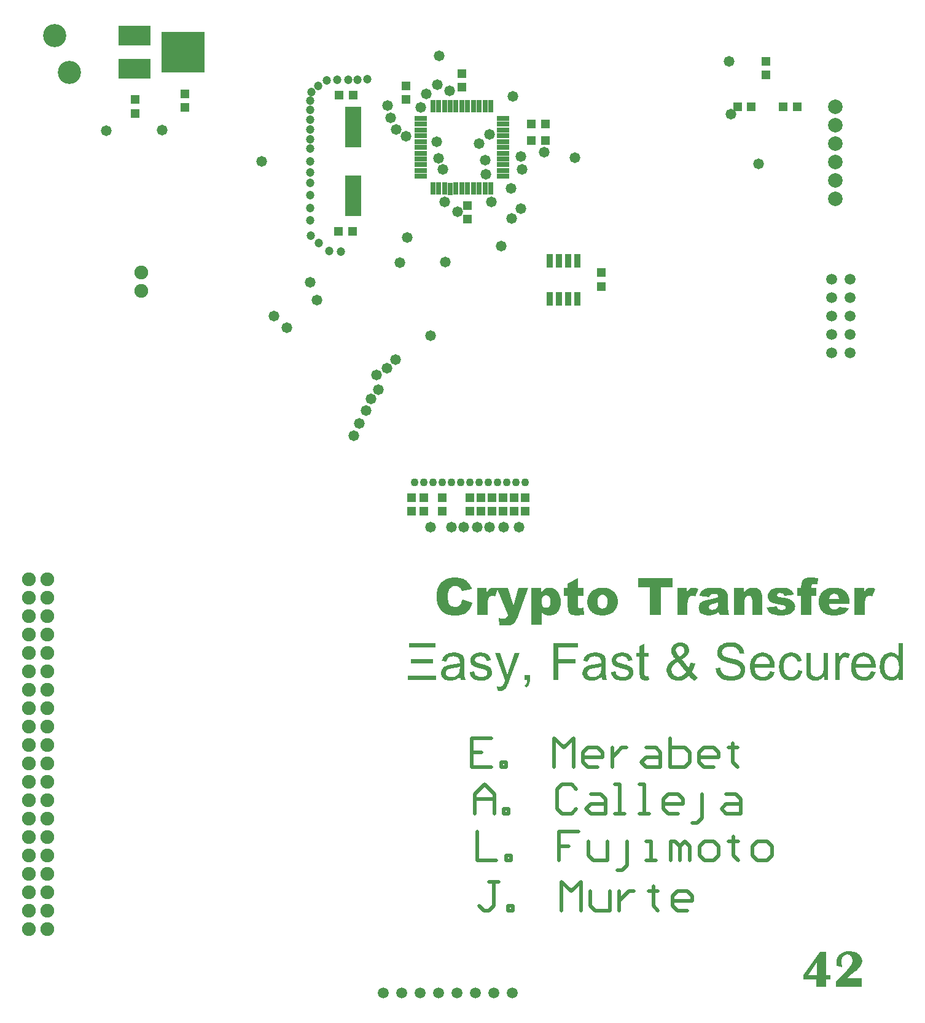
<source format=gts>
%FSLAX44Y44*%
%MOMM*%
G71*
G01*
G75*
G04 Layer_Color=8388736*
%ADD10R,1.0000X1.0000*%
%ADD11R,1.0000X1.0000*%
%ADD12R,0.5500X1.5000*%
%ADD13R,1.5000X0.5500*%
%ADD14R,2.0000X5.5000*%
%ADD15R,0.7600X1.7800*%
%ADD16R,0.7200X1.7800*%
%ADD17R,4.3000X2.6000*%
%ADD18R,5.7000X5.5000*%
%ADD19C,0.5000*%
%ADD20C,0.3000*%
%ADD21C,2.0000*%
%ADD22C,0.9000*%
%ADD23C,1.4000*%
%ADD24C,0.5400*%
%ADD25C,0.2540*%
%ADD26C,1.0000*%
%ADD27C,0.4000*%
%ADD28C,1.8000*%
%ADD29C,0.9000*%
%ADD30C,1.3000*%
%ADD31C,1.7000*%
%ADD32C,3.0000*%
%ADD33C,1.2700*%
%ADD34C,1.0000*%
%ADD35R,1.0000X1.4000*%
%ADD36R,1.2032X1.2032*%
%ADD37R,1.2032X1.2032*%
%ADD38R,0.7532X1.7032*%
%ADD39R,1.7032X0.7532*%
%ADD40R,2.2032X5.7032*%
%ADD41R,0.9632X1.9832*%
%ADD42R,0.9232X1.9832*%
%ADD43R,4.5032X2.8032*%
%ADD44R,5.9032X5.7032*%
%ADD45C,2.0032*%
%ADD46C,1.1032*%
%ADD47C,1.5032*%
%ADD48C,1.9032*%
%ADD49C,3.2032*%
%ADD50C,1.4732*%
%ADD51C,1.2032*%
G36*
X734430Y476389D02*
Y476333D01*
X734319Y476111D01*
X734208Y475834D01*
X734041Y475389D01*
X733875Y474889D01*
X733652Y474334D01*
X733375Y473723D01*
X733152Y473056D01*
X732541Y471667D01*
X731986Y470279D01*
X731653Y469612D01*
X731375Y469001D01*
X731153Y468445D01*
X730875Y468001D01*
Y467945D01*
X730819Y467890D01*
X730708Y467723D01*
X730597Y467501D01*
X730208Y466945D01*
X729764Y466279D01*
X729208Y465501D01*
X728542Y464779D01*
X727820Y464057D01*
X727042Y463446D01*
X726931Y463390D01*
X726653Y463224D01*
X726209Y462946D01*
X725598Y462724D01*
X724820Y462446D01*
X723931Y462168D01*
X722987Y462002D01*
X721876Y461946D01*
X721542D01*
X721154Y462002D01*
X720709Y462057D01*
X720098Y462113D01*
X719376Y462279D01*
X718654Y462446D01*
X717821Y462724D01*
X717098Y468612D01*
X717210D01*
X717432Y468501D01*
X717821Y468445D01*
X718321Y468334D01*
X718876Y468223D01*
X719487Y468112D01*
X720098Y468056D01*
X720654Y468001D01*
X720987D01*
X721376Y468056D01*
X721876Y468112D01*
X722376Y468168D01*
X722931Y468334D01*
X723487Y468501D01*
X723987Y468723D01*
X724042Y468779D01*
X724209Y468834D01*
X724431Y469001D01*
X724709Y469223D01*
X725042Y469501D01*
X725431Y469834D01*
X726097Y470667D01*
X726153Y470723D01*
X726209Y470890D01*
X726375Y471167D01*
X726542Y471612D01*
X726820Y472223D01*
X727153Y473056D01*
X727320Y473556D01*
X727542Y474111D01*
X727764Y474723D01*
X727986Y475389D01*
X728042Y475500D01*
X728153Y475778D01*
X728319Y476278D01*
X728597Y476945D01*
X714543Y514163D01*
X721209D01*
X728931Y492609D01*
Y492554D01*
X728986Y492443D01*
X729097Y492221D01*
X729208Y491887D01*
X729319Y491498D01*
X729486Y491054D01*
X729653Y490554D01*
X729875Y489999D01*
X730264Y488721D01*
X730764Y487221D01*
X731208Y485666D01*
X731653Y483999D01*
Y484055D01*
X731708Y484221D01*
X731764Y484444D01*
X731875Y484721D01*
X731930Y485110D01*
X732097Y485610D01*
X732208Y486110D01*
X732375Y486666D01*
X732764Y487943D01*
X733208Y489388D01*
X733708Y490887D01*
X734263Y492443D01*
X742262Y514163D01*
X748540D01*
X734430Y476389D01*
D02*
G37*
G36*
X629663Y499609D02*
X599222D01*
Y505664D01*
X629663D01*
Y499609D01*
D02*
G37*
G36*
X854306Y514940D02*
X854806D01*
X855862Y514829D01*
X857084Y514718D01*
X858362Y514496D01*
X859639Y514218D01*
X860806Y513829D01*
X860861D01*
X860917Y513774D01*
X861084Y513718D01*
X861306Y513607D01*
X861806Y513385D01*
X862472Y513052D01*
X863194Y512663D01*
X863917Y512163D01*
X864583Y511608D01*
X865194Y510997D01*
X865250Y510941D01*
X865416Y510719D01*
X865694Y510330D01*
X865972Y509830D01*
X866305Y509219D01*
X866638Y508497D01*
X866972Y507663D01*
X867194Y506719D01*
Y506664D01*
X867250Y506386D01*
X867305Y505997D01*
X867361Y505386D01*
X867416Y504608D01*
X867472Y503608D01*
Y502997D01*
X867527Y502386D01*
Y501720D01*
Y500942D01*
Y492554D01*
Y492443D01*
Y492165D01*
Y491721D01*
Y491165D01*
Y490443D01*
Y489665D01*
X867583Y488777D01*
Y487888D01*
X867638Y485999D01*
Y485055D01*
X867694Y484166D01*
X867749Y483333D01*
X867805Y482611D01*
X867861Y481944D01*
X867916Y481444D01*
Y481333D01*
X867972Y481055D01*
X868083Y480611D01*
X868250Y480000D01*
X868472Y479333D01*
X868749Y478611D01*
X869083Y477778D01*
X869472Y477000D01*
X862917D01*
X862861Y477111D01*
X862750Y477333D01*
X862583Y477778D01*
X862417Y478333D01*
X862195Y479000D01*
X861972Y479777D01*
X861806Y480666D01*
X861695Y481666D01*
X861639Y481611D01*
X861528Y481555D01*
X861361Y481388D01*
X861084Y481166D01*
X860750Y480944D01*
X860417Y480611D01*
X859528Y480000D01*
X858473Y479278D01*
X857362Y478555D01*
X856140Y477944D01*
X854918Y477389D01*
X854862D01*
X854751Y477333D01*
X854584Y477278D01*
X854362Y477222D01*
X854084Y477111D01*
X853695Y477000D01*
X852862Y476778D01*
X851807Y476556D01*
X850640Y476333D01*
X849362Y476222D01*
X847974Y476167D01*
X847363D01*
X846974Y476222D01*
X846474Y476278D01*
X845863Y476333D01*
X845196Y476389D01*
X844530Y476556D01*
X842974Y476889D01*
X841419Y477389D01*
X840697Y477722D01*
X839919Y478167D01*
X839252Y478611D01*
X838586Y479111D01*
X838530Y479166D01*
X838419Y479278D01*
X838308Y479444D01*
X838086Y479666D01*
X837808Y479944D01*
X837530Y480333D01*
X837253Y480722D01*
X836975Y481222D01*
X836364Y482277D01*
X835808Y483610D01*
X835586Y484333D01*
X835475Y485110D01*
X835364Y485943D01*
X835308Y486777D01*
Y486832D01*
Y486888D01*
Y487221D01*
X835364Y487777D01*
X835475Y488443D01*
X835586Y489221D01*
X835808Y490054D01*
X836142Y490887D01*
X836531Y491776D01*
X836586Y491887D01*
X836753Y492165D01*
X837030Y492554D01*
X837419Y493110D01*
X837864Y493665D01*
X838419Y494276D01*
X839030Y494832D01*
X839752Y495387D01*
X839864Y495443D01*
X840141Y495609D01*
X840530Y495887D01*
X841086Y496165D01*
X841752Y496498D01*
X842530Y496831D01*
X843419Y497165D01*
X844307Y497442D01*
X844419D01*
X844641Y497553D01*
X845085Y497609D01*
X845696Y497776D01*
X846474Y497887D01*
X847474Y498053D01*
X848585Y498220D01*
X849918Y498387D01*
X850029D01*
X850251Y498442D01*
X850640Y498498D01*
X851140Y498553D01*
X851807Y498664D01*
X852529Y498775D01*
X853307Y498887D01*
X854195Y498998D01*
X856029Y499331D01*
X857862Y499720D01*
X858751Y499942D01*
X859639Y500164D01*
X860417Y500387D01*
X861139Y500609D01*
Y500664D01*
Y500831D01*
Y501053D01*
X861195Y501275D01*
Y501831D01*
Y502053D01*
Y502220D01*
Y502275D01*
Y502386D01*
Y502608D01*
Y502831D01*
X861084Y503497D01*
X860972Y504330D01*
X860750Y505219D01*
X860417Y506108D01*
X859973Y506941D01*
X859361Y507608D01*
X859250Y507719D01*
X859139Y507830D01*
X858917Y507941D01*
X858639Y508108D01*
X858362Y508274D01*
X857584Y508719D01*
X856584Y509108D01*
X855362Y509441D01*
X853918Y509663D01*
X852251Y509774D01*
X851529D01*
X851140Y509719D01*
X850751D01*
X849751Y509608D01*
X848696Y509385D01*
X847641Y509108D01*
X846585Y508719D01*
X845696Y508219D01*
X845585Y508163D01*
X845363Y507941D01*
X844974Y507497D01*
X844530Y506941D01*
X844030Y506219D01*
X843474Y505219D01*
X843030Y504108D01*
X842808Y503442D01*
X842586Y502720D01*
X836419Y503553D01*
Y503608D01*
X836475Y503719D01*
X836531Y503942D01*
X836586Y504219D01*
X836697Y504553D01*
X836808Y504942D01*
X837086Y505830D01*
X837475Y506830D01*
X837919Y507886D01*
X838475Y508941D01*
X839141Y509885D01*
Y509941D01*
X839252Y509997D01*
X839530Y510274D01*
X839975Y510719D01*
X840586Y511274D01*
X841363Y511885D01*
X842308Y512496D01*
X843419Y513107D01*
X844696Y513663D01*
X844752D01*
X844863Y513718D01*
X845085Y513774D01*
X845363Y513885D01*
X845696Y513996D01*
X846085Y514107D01*
X846585Y514218D01*
X847141Y514329D01*
X847696Y514441D01*
X848363Y514552D01*
X849807Y514774D01*
X851418Y514940D01*
X853140Y514996D01*
X853918D01*
X854306Y514940D01*
D02*
G37*
G36*
X1173885Y477000D02*
X1168274D01*
Y482444D01*
X1168218Y482388D01*
X1168052Y482166D01*
X1167830Y481888D01*
X1167496Y481444D01*
X1167052Y481000D01*
X1166496Y480444D01*
X1165885Y479889D01*
X1165163Y479333D01*
X1164330Y478722D01*
X1163441Y478167D01*
X1162497Y477611D01*
X1161441Y477167D01*
X1160275Y476722D01*
X1159108Y476445D01*
X1157831Y476222D01*
X1156442Y476167D01*
X1155886D01*
X1155275Y476222D01*
X1154442Y476333D01*
X1153498Y476445D01*
X1152442Y476667D01*
X1151387Y477000D01*
X1150276Y477389D01*
X1150220D01*
X1150165Y477444D01*
X1149831Y477611D01*
X1149332Y477889D01*
X1148665Y478278D01*
X1147998Y478722D01*
X1147276Y479278D01*
X1146609Y479889D01*
X1146054Y480555D01*
X1145999Y480666D01*
X1145832Y480888D01*
X1145610Y481333D01*
X1145332Y481888D01*
X1144999Y482555D01*
X1144665Y483333D01*
X1144388Y484221D01*
X1144110Y485221D01*
Y485332D01*
X1144054Y485555D01*
X1143999Y486055D01*
X1143943Y486666D01*
X1143888Y487499D01*
X1143832Y488499D01*
X1143776Y489721D01*
Y491110D01*
Y514163D01*
X1150054D01*
Y493554D01*
Y493498D01*
Y493332D01*
Y493110D01*
Y492776D01*
Y492332D01*
Y491887D01*
X1150109Y490887D01*
Y489776D01*
X1150220Y488666D01*
X1150276Y487666D01*
X1150331Y487221D01*
X1150387Y486888D01*
X1150443Y486777D01*
X1150498Y486499D01*
X1150665Y485999D01*
X1150942Y485444D01*
X1151276Y484832D01*
X1151720Y484221D01*
X1152276Y483555D01*
X1152942Y482999D01*
X1153053Y482944D01*
X1153276Y482777D01*
X1153720Y482555D01*
X1154275Y482333D01*
X1154942Y482055D01*
X1155775Y481833D01*
X1156720Y481666D01*
X1157719Y481611D01*
X1158219D01*
X1158719Y481666D01*
X1159442Y481777D01*
X1160275Y481944D01*
X1161164Y482222D01*
X1162052Y482555D01*
X1162997Y483055D01*
X1163052D01*
X1163108Y483111D01*
X1163386Y483333D01*
X1163830Y483666D01*
X1164386Y484110D01*
X1164941Y484666D01*
X1165552Y485332D01*
X1166107Y486110D01*
X1166552Y486999D01*
Y487054D01*
X1166607Y487110D01*
X1166663Y487277D01*
X1166719Y487443D01*
X1166774Y487721D01*
X1166885Y488054D01*
X1166996Y488388D01*
X1167107Y488832D01*
X1167274Y489888D01*
X1167441Y491110D01*
X1167552Y492554D01*
X1167607Y494220D01*
Y514163D01*
X1173885D01*
Y477000D01*
D02*
G37*
G36*
X1124112Y514940D02*
X1124612Y514885D01*
X1125223Y514829D01*
X1125889Y514718D01*
X1126612Y514607D01*
X1128167Y514218D01*
X1129834Y513663D01*
X1130667Y513330D01*
X1131500Y512941D01*
X1132278Y512441D01*
X1133000Y511885D01*
X1133055Y511830D01*
X1133167Y511719D01*
X1133389Y511552D01*
X1133611Y511330D01*
X1133944Y510997D01*
X1134277Y510608D01*
X1134666Y510163D01*
X1135055Y509663D01*
X1135500Y509052D01*
X1135888Y508441D01*
X1136333Y507719D01*
X1136722Y506941D01*
X1137055Y506108D01*
X1137388Y505219D01*
X1137721Y504219D01*
X1137944Y503219D01*
X1131833Y502275D01*
Y502331D01*
X1131778Y502442D01*
X1131722Y502608D01*
X1131667Y502886D01*
X1131444Y503553D01*
X1131111Y504386D01*
X1130667Y505275D01*
X1130167Y506219D01*
X1129500Y507108D01*
X1128723Y507886D01*
X1128611Y507997D01*
X1128334Y508219D01*
X1127834Y508497D01*
X1127223Y508886D01*
X1126445Y509219D01*
X1125556Y509552D01*
X1124501Y509774D01*
X1123390Y509830D01*
X1122945D01*
X1122612Y509774D01*
X1122168Y509719D01*
X1121723Y509663D01*
X1120612Y509385D01*
X1119390Y508997D01*
X1118779Y508719D01*
X1118112Y508386D01*
X1117501Y507997D01*
X1116835Y507497D01*
X1116224Y506997D01*
X1115668Y506386D01*
X1115613Y506330D01*
X1115557Y506219D01*
X1115390Y506053D01*
X1115224Y505719D01*
X1115002Y505386D01*
X1114724Y504942D01*
X1114446Y504386D01*
X1114224Y503775D01*
X1113946Y503053D01*
X1113669Y502275D01*
X1113391Y501386D01*
X1113168Y500387D01*
X1113002Y499331D01*
X1112835Y498220D01*
X1112780Y496942D01*
X1112724Y495609D01*
Y495554D01*
Y495276D01*
Y494887D01*
X1112780Y494387D01*
X1112835Y493776D01*
X1112891Y493054D01*
X1112946Y492276D01*
X1113057Y491443D01*
X1113391Y489665D01*
X1113946Y487832D01*
X1114224Y486999D01*
X1114613Y486166D01*
X1115057Y485388D01*
X1115557Y484721D01*
X1115613Y484666D01*
X1115668Y484555D01*
X1115835Y484388D01*
X1116057Y484221D01*
X1116390Y483944D01*
X1116724Y483666D01*
X1117113Y483333D01*
X1117557Y483055D01*
X1118668Y482388D01*
X1119946Y481888D01*
X1120668Y481666D01*
X1121390Y481499D01*
X1122223Y481388D01*
X1123056Y481333D01*
X1123390D01*
X1123668Y481388D01*
X1124001D01*
X1124334Y481444D01*
X1125223Y481611D01*
X1126167Y481888D01*
X1127223Y482277D01*
X1128223Y482833D01*
X1129222Y483555D01*
X1129278Y483610D01*
X1129333Y483666D01*
X1129611Y483999D01*
X1130056Y484555D01*
X1130278Y484888D01*
X1130556Y485277D01*
X1130833Y485777D01*
X1131111Y486277D01*
X1131333Y486832D01*
X1131611Y487499D01*
X1131833Y488166D01*
X1132056Y488943D01*
X1132222Y489721D01*
X1132389Y490610D01*
X1138555Y489776D01*
Y489721D01*
X1138499Y489499D01*
X1138444Y489165D01*
X1138333Y488721D01*
X1138166Y488166D01*
X1137999Y487555D01*
X1137777Y486888D01*
X1137499Y486110D01*
X1136833Y484555D01*
X1136388Y483722D01*
X1135888Y482888D01*
X1135388Y482055D01*
X1134777Y481222D01*
X1134055Y480500D01*
X1133333Y479777D01*
X1133278Y479722D01*
X1133167Y479611D01*
X1132889Y479444D01*
X1132611Y479222D01*
X1132167Y478944D01*
X1131722Y478611D01*
X1131111Y478333D01*
X1130500Y478000D01*
X1129778Y477611D01*
X1129000Y477333D01*
X1128167Y477000D01*
X1127278Y476722D01*
X1126278Y476500D01*
X1125278Y476333D01*
X1124223Y476222D01*
X1123112Y476167D01*
X1122779D01*
X1122390Y476222D01*
X1121834D01*
X1121223Y476333D01*
X1120446Y476445D01*
X1119612Y476556D01*
X1118724Y476778D01*
X1117779Y477056D01*
X1116779Y477389D01*
X1115779Y477778D01*
X1114724Y478278D01*
X1113724Y478833D01*
X1112724Y479500D01*
X1111780Y480222D01*
X1110891Y481111D01*
X1110835Y481166D01*
X1110669Y481333D01*
X1110447Y481611D01*
X1110169Y482055D01*
X1109836Y482555D01*
X1109447Y483166D01*
X1109002Y483944D01*
X1108614Y484777D01*
X1108169Y485721D01*
X1107725Y486777D01*
X1107336Y487943D01*
X1107002Y489221D01*
X1106725Y490610D01*
X1106503Y492110D01*
X1106336Y493721D01*
X1106280Y495387D01*
Y495443D01*
Y495665D01*
Y495998D01*
X1106336Y496387D01*
Y496942D01*
X1106392Y497553D01*
X1106447Y498220D01*
X1106503Y498998D01*
X1106780Y500609D01*
X1107114Y502386D01*
X1107558Y504219D01*
X1108225Y505942D01*
Y505997D01*
X1108336Y506164D01*
X1108447Y506386D01*
X1108614Y506664D01*
X1108836Y507052D01*
X1109058Y507497D01*
X1109725Y508497D01*
X1110558Y509552D01*
X1111613Y510719D01*
X1112835Y511774D01*
X1114279Y512719D01*
X1114335D01*
X1114446Y512830D01*
X1114668Y512941D01*
X1115002Y513052D01*
X1115390Y513274D01*
X1115835Y513441D01*
X1116335Y513663D01*
X1116890Y513885D01*
X1117557Y514052D01*
X1118224Y514274D01*
X1119723Y514663D01*
X1121390Y514885D01*
X1123112Y514996D01*
X1123723D01*
X1124112Y514940D01*
D02*
G37*
G36*
X1197937D02*
X1198215D01*
X1198549Y514885D01*
X1199382Y514718D01*
X1200382Y514496D01*
X1201437Y514107D01*
X1202659Y513607D01*
X1203881Y512941D01*
X1201659Y507108D01*
X1201548Y507164D01*
X1201271Y507330D01*
X1200826Y507552D01*
X1200215Y507830D01*
X1199548Y508052D01*
X1198771Y508274D01*
X1197937Y508441D01*
X1197049Y508497D01*
X1196715D01*
X1196327Y508441D01*
X1195827Y508330D01*
X1195216Y508163D01*
X1194604Y507941D01*
X1193994Y507663D01*
X1193327Y507219D01*
X1193271Y507164D01*
X1193049Y506997D01*
X1192771Y506719D01*
X1192438Y506330D01*
X1192049Y505830D01*
X1191660Y505275D01*
X1191327Y504553D01*
X1190994Y503775D01*
Y503719D01*
X1190938Y503608D01*
X1190883Y503442D01*
X1190827Y503219D01*
X1190772Y502886D01*
X1190660Y502497D01*
X1190494Y501609D01*
X1190327Y500498D01*
X1190161Y499276D01*
X1190050Y497887D01*
X1189994Y496442D01*
Y477000D01*
X1183717D01*
Y514163D01*
X1189383D01*
Y508552D01*
X1189494Y508663D01*
X1189605Y508886D01*
X1189772Y509108D01*
X1190161Y509830D01*
X1190716Y510608D01*
X1191327Y511496D01*
X1191994Y512385D01*
X1192660Y513107D01*
X1193049Y513441D01*
X1193382Y513718D01*
X1193493Y513774D01*
X1193716Y513941D01*
X1194105Y514107D01*
X1194549Y514385D01*
X1195160Y514607D01*
X1195827Y514774D01*
X1196604Y514940D01*
X1197382Y514996D01*
X1197715D01*
X1197937Y514940D01*
D02*
G37*
G36*
X1277318Y477000D02*
X1271486D01*
Y481666D01*
X1271430Y481611D01*
X1271319Y481444D01*
X1271097Y481166D01*
X1270819Y480833D01*
X1270430Y480388D01*
X1269986Y479944D01*
X1269486Y479444D01*
X1268875Y478944D01*
X1268152Y478389D01*
X1267375Y477889D01*
X1266542Y477444D01*
X1265597Y477056D01*
X1264542Y476667D01*
X1263486Y476389D01*
X1262320Y476222D01*
X1261042Y476167D01*
X1260598D01*
X1260264Y476222D01*
X1259876D01*
X1259431Y476278D01*
X1258931Y476389D01*
X1258376Y476500D01*
X1257098Y476778D01*
X1255709Y477222D01*
X1254321Y477833D01*
X1253598Y478167D01*
X1252876Y478611D01*
X1252821Y478666D01*
X1252710Y478722D01*
X1252543Y478889D01*
X1252265Y479055D01*
X1251932Y479333D01*
X1251599Y479611D01*
X1250765Y480388D01*
X1249821Y481333D01*
X1248877Y482499D01*
X1247932Y483888D01*
X1247099Y485444D01*
Y485499D01*
X1246988Y485666D01*
X1246933Y485888D01*
X1246766Y486221D01*
X1246655Y486610D01*
X1246488Y487110D01*
X1246266Y487721D01*
X1246099Y488332D01*
X1245933Y489054D01*
X1245710Y489832D01*
X1245544Y490665D01*
X1245433Y491554D01*
X1245210Y493443D01*
X1245099Y495498D01*
Y495554D01*
Y495776D01*
Y496054D01*
X1245155Y496442D01*
Y496942D01*
X1245210Y497498D01*
X1245266Y498164D01*
X1245322Y498887D01*
X1245544Y500442D01*
X1245877Y502108D01*
X1246321Y503886D01*
X1246933Y505608D01*
Y505664D01*
X1247044Y505830D01*
X1247155Y506053D01*
X1247266Y506386D01*
X1247488Y506719D01*
X1247710Y507164D01*
X1248321Y508163D01*
X1249099Y509330D01*
X1250043Y510441D01*
X1251154Y511552D01*
X1252487Y512552D01*
X1252543Y512607D01*
X1252654Y512663D01*
X1252876Y512774D01*
X1253154Y512941D01*
X1253487Y513107D01*
X1253932Y513330D01*
X1254376Y513552D01*
X1254932Y513774D01*
X1256154Y514218D01*
X1257542Y514607D01*
X1259098Y514885D01*
X1259931Y514996D01*
X1261320D01*
X1261986Y514940D01*
X1262764Y514829D01*
X1263708Y514663D01*
X1264708Y514385D01*
X1265764Y514052D01*
X1266764Y513552D01*
X1266819D01*
X1266875Y513496D01*
X1267208Y513274D01*
X1267653Y512996D01*
X1268264Y512552D01*
X1268930Y511996D01*
X1269652Y511385D01*
X1270375Y510663D01*
X1271041Y509830D01*
Y528273D01*
X1277318D01*
Y477000D01*
D02*
G37*
G36*
X695601Y514940D02*
X696045D01*
X697101Y514829D01*
X698267Y514663D01*
X699600Y514441D01*
X700878Y514163D01*
X702156Y513718D01*
X702211D01*
X702322Y513663D01*
X702489Y513607D01*
X702711Y513496D01*
X703267Y513218D01*
X704044Y512830D01*
X704822Y512330D01*
X705600Y511719D01*
X706377Y511052D01*
X707044Y510274D01*
X707100Y510163D01*
X707322Y509885D01*
X707599Y509385D01*
X707933Y508774D01*
X708322Y507941D01*
X708655Y506941D01*
X708988Y505830D01*
X709266Y504553D01*
X703100Y503719D01*
Y503775D01*
Y503831D01*
X702989Y504164D01*
X702878Y504719D01*
X702655Y505330D01*
X702322Y506053D01*
X701878Y506775D01*
X701322Y507497D01*
X700656Y508163D01*
X700545Y508219D01*
X700267Y508441D01*
X699822Y508719D01*
X699211Y508997D01*
X698378Y509330D01*
X697378Y509552D01*
X696267Y509774D01*
X694934Y509830D01*
X694212D01*
X693879Y509774D01*
X693490D01*
X692545Y509663D01*
X691546Y509497D01*
X690490Y509219D01*
X689546Y508886D01*
X689157Y508663D01*
X688768Y508386D01*
X688712Y508330D01*
X688490Y508108D01*
X688213Y507830D01*
X687879Y507441D01*
X687490Y506941D01*
X687213Y506330D01*
X686991Y505719D01*
X686935Y504997D01*
Y504942D01*
Y504775D01*
X686991Y504553D01*
X687046Y504275D01*
X687268Y503553D01*
X687435Y503164D01*
X687657Y502775D01*
X687713Y502720D01*
X687824Y502608D01*
X687990Y502442D01*
X688268Y502220D01*
X688601Y501942D01*
X689046Y501664D01*
X689546Y501386D01*
X690101Y501109D01*
X690157D01*
X690323Y501053D01*
X690657Y500942D01*
X691157Y500775D01*
X691490Y500664D01*
X691879Y500553D01*
X692323Y500442D01*
X692823Y500275D01*
X693434Y500109D01*
X694101Y499942D01*
X694823Y499720D01*
X695656Y499498D01*
X695712D01*
X695934Y499442D01*
X696267Y499331D01*
X696767Y499220D01*
X697267Y499053D01*
X697878Y498887D01*
X698600Y498664D01*
X699323Y498442D01*
X700878Y497998D01*
X702378Y497498D01*
X703100Y497276D01*
X703766Y496998D01*
X704378Y496776D01*
X704933Y496553D01*
X704989D01*
X705044Y496498D01*
X705378Y496331D01*
X705877Y496109D01*
X706433Y495720D01*
X707100Y495276D01*
X707822Y494720D01*
X708488Y494054D01*
X709099Y493276D01*
X709155Y493165D01*
X709322Y492887D01*
X709599Y492443D01*
X709877Y491776D01*
X710155Y490999D01*
X710433Y490110D01*
X710599Y489054D01*
X710655Y487888D01*
Y487832D01*
Y487721D01*
Y487555D01*
Y487332D01*
X710544Y486721D01*
X710433Y485943D01*
X710210Y485055D01*
X709877Y484055D01*
X709377Y482999D01*
X708766Y481944D01*
Y481888D01*
X708655Y481833D01*
X708433Y481499D01*
X707988Y481000D01*
X707433Y480388D01*
X706655Y479666D01*
X705766Y478944D01*
X704711Y478278D01*
X703489Y477667D01*
X703433D01*
X703322Y477611D01*
X703156Y477556D01*
X702878Y477444D01*
X702544Y477333D01*
X702156Y477167D01*
X701711Y477056D01*
X701211Y476945D01*
X700045Y476667D01*
X698711Y476389D01*
X697267Y476222D01*
X695656Y476167D01*
X694934D01*
X694434Y476222D01*
X693879Y476278D01*
X693157Y476333D01*
X692379Y476389D01*
X691546Y476556D01*
X689768Y476889D01*
X687879Y477389D01*
X686991Y477722D01*
X686102Y478167D01*
X685324Y478611D01*
X684546Y479111D01*
X684491Y479166D01*
X684380Y479278D01*
X684213Y479444D01*
X683935Y479666D01*
X683658Y480000D01*
X683324Y480388D01*
X682935Y480833D01*
X682546Y481333D01*
X682102Y481944D01*
X681713Y482611D01*
X681324Y483333D01*
X680936Y484166D01*
X680602Y484999D01*
X680269Y485943D01*
X679991Y486999D01*
X679769Y488054D01*
X685991Y489054D01*
Y488999D01*
X686046Y488888D01*
Y488721D01*
X686102Y488443D01*
X686157Y488110D01*
X686268Y487777D01*
X686546Y486943D01*
X686935Y485999D01*
X687435Y484999D01*
X688046Y484110D01*
X688879Y483277D01*
X688935D01*
X688990Y483222D01*
X689324Y482999D01*
X689879Y482666D01*
X690657Y482333D01*
X691601Y481944D01*
X692768Y481666D01*
X694101Y481444D01*
X695601Y481333D01*
X696045D01*
X696323Y481388D01*
X696712D01*
X697101Y481444D01*
X698045Y481555D01*
X699100Y481777D01*
X700211Y482055D01*
X701211Y482499D01*
X702100Y483055D01*
X702211Y483111D01*
X702433Y483388D01*
X702767Y483722D01*
X703156Y484221D01*
X703544Y484832D01*
X703878Y485555D01*
X704100Y486332D01*
X704211Y487221D01*
Y487332D01*
Y487555D01*
X704100Y487999D01*
X703989Y488443D01*
X703766Y488999D01*
X703433Y489554D01*
X702933Y490110D01*
X702322Y490610D01*
X702267Y490665D01*
X702045Y490776D01*
X701656Y490943D01*
X701378Y491054D01*
X701045Y491165D01*
X700600Y491332D01*
X700156Y491498D01*
X699656Y491665D01*
X699045Y491832D01*
X698378Y492054D01*
X697600Y492276D01*
X696767Y492498D01*
X695878Y492721D01*
X695823D01*
X695601Y492776D01*
X695212Y492887D01*
X694767Y492998D01*
X694212Y493165D01*
X693545Y493332D01*
X692823Y493554D01*
X692046Y493776D01*
X690490Y494276D01*
X688879Y494776D01*
X688102Y494998D01*
X687435Y495276D01*
X686768Y495554D01*
X686213Y495776D01*
X686157D01*
X686102Y495831D01*
X685768Y495998D01*
X685324Y496276D01*
X684713Y496720D01*
X684046Y497220D01*
X683380Y497776D01*
X682713Y498498D01*
X682158Y499276D01*
X682102Y499387D01*
X681935Y499664D01*
X681713Y500164D01*
X681491Y500775D01*
X681269Y501497D01*
X681047Y502331D01*
X680880Y503275D01*
X680824Y504275D01*
Y504330D01*
Y504386D01*
Y504719D01*
X680880Y505164D01*
X680991Y505775D01*
X681102Y506497D01*
X681269Y507275D01*
X681547Y508108D01*
X681935Y508886D01*
X681991Y508997D01*
X682158Y509219D01*
X682380Y509608D01*
X682769Y510108D01*
X683158Y510663D01*
X683713Y511274D01*
X684324Y511830D01*
X685046Y512385D01*
X685102Y512441D01*
X685324Y512552D01*
X685657Y512774D01*
X686102Y512996D01*
X686657Y513274D01*
X687324Y513607D01*
X688157Y513941D01*
X689046Y514218D01*
X689101D01*
X689157Y514274D01*
X689490Y514329D01*
X689990Y514441D01*
X690712Y514607D01*
X691490Y514774D01*
X692434Y514885D01*
X693434Y514940D01*
X694490Y514996D01*
X695212D01*
X695601Y514940D01*
D02*
G37*
G36*
X890581D02*
X891025D01*
X892080Y514829D01*
X893247Y514663D01*
X894580Y514441D01*
X895858Y514163D01*
X897135Y513718D01*
X897191D01*
X897302Y513663D01*
X897469Y513607D01*
X897691Y513496D01*
X898246Y513218D01*
X899024Y512830D01*
X899802Y512330D01*
X900580Y511719D01*
X901357Y511052D01*
X902024Y510274D01*
X902079Y510163D01*
X902301Y509885D01*
X902579Y509385D01*
X902913Y508774D01*
X903301Y507941D01*
X903635Y506941D01*
X903968Y505830D01*
X904246Y504553D01*
X898080Y503719D01*
Y503775D01*
Y503831D01*
X897969Y504164D01*
X897858Y504719D01*
X897635Y505330D01*
X897302Y506053D01*
X896858Y506775D01*
X896302Y507497D01*
X895636Y508163D01*
X895524Y508219D01*
X895247Y508441D01*
X894802Y508719D01*
X894191Y508997D01*
X893358Y509330D01*
X892358Y509552D01*
X891247Y509774D01*
X889914Y509830D01*
X889192D01*
X888858Y509774D01*
X888470D01*
X887525Y509663D01*
X886525Y509497D01*
X885470Y509219D01*
X884526Y508886D01*
X884137Y508663D01*
X883748Y508386D01*
X883692Y508330D01*
X883470Y508108D01*
X883192Y507830D01*
X882859Y507441D01*
X882470Y506941D01*
X882193Y506330D01*
X881970Y505719D01*
X881915Y504997D01*
Y504942D01*
Y504775D01*
X881970Y504553D01*
X882026Y504275D01*
X882248Y503553D01*
X882415Y503164D01*
X882637Y502775D01*
X882692Y502720D01*
X882803Y502608D01*
X882970Y502442D01*
X883248Y502220D01*
X883581Y501942D01*
X884026Y501664D01*
X884526Y501386D01*
X885081Y501109D01*
X885137D01*
X885303Y501053D01*
X885637Y500942D01*
X886136Y500775D01*
X886470Y500664D01*
X886859Y500553D01*
X887303Y500442D01*
X887803Y500275D01*
X888414Y500109D01*
X889081Y499942D01*
X889803Y499720D01*
X890636Y499498D01*
X890692D01*
X890914Y499442D01*
X891247Y499331D01*
X891747Y499220D01*
X892247Y499053D01*
X892858Y498887D01*
X893580Y498664D01*
X894302Y498442D01*
X895858Y497998D01*
X897358Y497498D01*
X898080Y497276D01*
X898746Y496998D01*
X899357Y496776D01*
X899913Y496553D01*
X899968D01*
X900024Y496498D01*
X900357Y496331D01*
X900857Y496109D01*
X901413Y495720D01*
X902079Y495276D01*
X902801Y494720D01*
X903468Y494054D01*
X904079Y493276D01*
X904135Y493165D01*
X904301Y492887D01*
X904579Y492443D01*
X904857Y491776D01*
X905135Y490999D01*
X905412Y490110D01*
X905579Y489054D01*
X905635Y487888D01*
Y487832D01*
Y487721D01*
Y487555D01*
Y487332D01*
X905523Y486721D01*
X905412Y485943D01*
X905190Y485055D01*
X904857Y484055D01*
X904357Y482999D01*
X903746Y481944D01*
Y481888D01*
X903635Y481833D01*
X903412Y481499D01*
X902968Y481000D01*
X902413Y480388D01*
X901635Y479666D01*
X900746Y478944D01*
X899691Y478278D01*
X898469Y477667D01*
X898413D01*
X898302Y477611D01*
X898135Y477556D01*
X897858Y477444D01*
X897524Y477333D01*
X897135Y477167D01*
X896691Y477056D01*
X896191Y476945D01*
X895024Y476667D01*
X893691Y476389D01*
X892247Y476222D01*
X890636Y476167D01*
X889914D01*
X889414Y476222D01*
X888858Y476278D01*
X888136Y476333D01*
X887359Y476389D01*
X886525Y476556D01*
X884748Y476889D01*
X882859Y477389D01*
X881970Y477722D01*
X881081Y478167D01*
X880304Y478611D01*
X879526Y479111D01*
X879471Y479166D01*
X879359Y479278D01*
X879193Y479444D01*
X878915Y479666D01*
X878637Y480000D01*
X878304Y480388D01*
X877915Y480833D01*
X877526Y481333D01*
X877082Y481944D01*
X876693Y482611D01*
X876304Y483333D01*
X875915Y484166D01*
X875582Y484999D01*
X875249Y485943D01*
X874971Y486999D01*
X874749Y488054D01*
X880970Y489054D01*
Y488999D01*
X881026Y488888D01*
Y488721D01*
X881081Y488443D01*
X881137Y488110D01*
X881248Y487777D01*
X881526Y486943D01*
X881915Y485999D01*
X882415Y484999D01*
X883026Y484110D01*
X883859Y483277D01*
X883914D01*
X883970Y483222D01*
X884303Y482999D01*
X884859Y482666D01*
X885637Y482333D01*
X886581Y481944D01*
X887747Y481666D01*
X889081Y481444D01*
X890581Y481333D01*
X891025D01*
X891303Y481388D01*
X891692D01*
X892080Y481444D01*
X893025Y481555D01*
X894080Y481777D01*
X895191Y482055D01*
X896191Y482499D01*
X897080Y483055D01*
X897191Y483111D01*
X897413Y483388D01*
X897746Y483722D01*
X898135Y484221D01*
X898524Y484832D01*
X898857Y485555D01*
X899080Y486332D01*
X899191Y487221D01*
Y487332D01*
Y487555D01*
X899080Y487999D01*
X898969Y488443D01*
X898746Y488999D01*
X898413Y489554D01*
X897913Y490110D01*
X897302Y490610D01*
X897246Y490665D01*
X897024Y490776D01*
X896635Y490943D01*
X896358Y491054D01*
X896024Y491165D01*
X895580Y491332D01*
X895136Y491498D01*
X894636Y491665D01*
X894025Y491832D01*
X893358Y492054D01*
X892580Y492276D01*
X891747Y492498D01*
X890858Y492721D01*
X890803D01*
X890581Y492776D01*
X890192Y492887D01*
X889747Y492998D01*
X889192Y493165D01*
X888525Y493332D01*
X887803Y493554D01*
X887025Y493776D01*
X885470Y494276D01*
X883859Y494776D01*
X883081Y494998D01*
X882415Y495276D01*
X881748Y495554D01*
X881193Y495776D01*
X881137D01*
X881081Y495831D01*
X880748Y495998D01*
X880304Y496276D01*
X879693Y496720D01*
X879026Y497220D01*
X878360Y497776D01*
X877693Y498498D01*
X877137Y499276D01*
X877082Y499387D01*
X876915Y499664D01*
X876693Y500164D01*
X876471Y500775D01*
X876249Y501497D01*
X876026Y502331D01*
X875860Y503275D01*
X875804Y504275D01*
Y504330D01*
Y504386D01*
Y504719D01*
X875860Y505164D01*
X875971Y505775D01*
X876082Y506497D01*
X876249Y507275D01*
X876526Y508108D01*
X876915Y508886D01*
X876971Y508997D01*
X877137Y509219D01*
X877360Y509608D01*
X877748Y510108D01*
X878137Y510663D01*
X878693Y511274D01*
X879304Y511830D01*
X880026Y512385D01*
X880082Y512441D01*
X880304Y512552D01*
X880637Y512774D01*
X881081Y512996D01*
X881637Y513274D01*
X882304Y513607D01*
X883137Y513941D01*
X884026Y514218D01*
X884081D01*
X884137Y514274D01*
X884470Y514329D01*
X884970Y514441D01*
X885692Y514607D01*
X886470Y514774D01*
X887414Y514885D01*
X888414Y514940D01*
X889470Y514996D01*
X890192D01*
X890581Y514940D01*
D02*
G37*
G36*
X829420Y522217D02*
X801645D01*
Y506330D01*
X825698D01*
Y500275D01*
X801645D01*
Y477000D01*
X794868D01*
Y528273D01*
X829420D01*
Y522217D01*
D02*
G37*
G36*
X762760Y477000D02*
Y476945D01*
Y476833D01*
Y476611D01*
Y476333D01*
X762705Y476000D01*
Y475611D01*
X762594Y474723D01*
X762427Y473723D01*
X762149Y472667D01*
X761816Y471612D01*
X761316Y470612D01*
X761261Y470501D01*
X761038Y470223D01*
X760705Y469779D01*
X760261Y469223D01*
X759650Y468612D01*
X758872Y468001D01*
X757928Y467390D01*
X756872Y466834D01*
X755150Y469501D01*
X755261Y469556D01*
X755483Y469667D01*
X755817Y469890D01*
X756261Y470167D01*
X756761Y470556D01*
X757261Y471001D01*
X757705Y471501D01*
X758094Y472112D01*
X758150Y472167D01*
X758261Y472445D01*
X758428Y472834D01*
X758594Y473389D01*
X758761Y474056D01*
X758928Y474889D01*
X759094Y475889D01*
X759150Y477000D01*
X755594D01*
Y484166D01*
X762760D01*
Y477000D01*
D02*
G37*
G36*
X971183Y529050D02*
X971628Y528995D01*
X972128Y528939D01*
X972739Y528828D01*
X973350Y528717D01*
X974738Y528328D01*
X975405Y528050D01*
X976183Y527772D01*
X976849Y527384D01*
X977571Y526939D01*
X978238Y526439D01*
X978905Y525884D01*
X978960Y525828D01*
X979071Y525717D01*
X979238Y525550D01*
X979460Y525328D01*
X979682Y524995D01*
X979960Y524606D01*
X980293Y524217D01*
X980627Y523717D01*
X981238Y522551D01*
X981793Y521273D01*
X981960Y520495D01*
X982127Y519773D01*
X982238Y518940D01*
X982293Y518107D01*
Y518051D01*
Y517774D01*
X982238Y517385D01*
X982127Y516885D01*
X982016Y516274D01*
X981793Y515552D01*
X981460Y514718D01*
X981071Y513829D01*
X980571Y512885D01*
X979905Y511885D01*
X979127Y510830D01*
X978183Y509774D01*
X977072Y508719D01*
X975738Y507663D01*
X974239Y506608D01*
X973405Y506108D01*
X972516Y505608D01*
X981793Y493943D01*
Y493998D01*
X981849Y494109D01*
X981960Y494276D01*
X982071Y494498D01*
X982182Y494776D01*
X982349Y495165D01*
X982682Y495998D01*
X983071Y497053D01*
X983460Y498276D01*
X983904Y499664D01*
X984238Y501109D01*
X990792Y499720D01*
Y499664D01*
X990737Y499442D01*
X990626Y499053D01*
X990459Y498609D01*
X990292Y498053D01*
X990070Y497387D01*
X989848Y496609D01*
X989570Y495831D01*
X988904Y494109D01*
X988126Y492221D01*
X987237Y490443D01*
X986737Y489554D01*
X986182Y488721D01*
X986237Y488666D01*
X986348Y488499D01*
X986515Y488277D01*
X986793Y487943D01*
X987126Y487555D01*
X987570Y487054D01*
X988015Y486555D01*
X988515Y485943D01*
X989737Y484721D01*
X991070Y483388D01*
X992626Y482055D01*
X994236Y480833D01*
X990015Y475834D01*
X989959Y475889D01*
X989848Y475945D01*
X989626Y476111D01*
X989348Y476278D01*
X989015Y476556D01*
X988570Y476833D01*
X988126Y477222D01*
X987570Y477611D01*
X987015Y478111D01*
X986404Y478611D01*
X985737Y479222D01*
X985071Y479889D01*
X984349Y480555D01*
X983626Y481333D01*
X982904Y482111D01*
X982127Y482999D01*
X982071Y482944D01*
X981960Y482833D01*
X981793Y482666D01*
X981571Y482444D01*
X981293Y482166D01*
X980960Y481833D01*
X980127Y481055D01*
X979127Y480222D01*
X977960Y479389D01*
X976683Y478555D01*
X975350Y477833D01*
X975294D01*
X975183Y477778D01*
X974961Y477667D01*
X974738Y477556D01*
X974350Y477444D01*
X973961Y477333D01*
X973516Y477167D01*
X972961Y477000D01*
X971794Y476722D01*
X970461Y476445D01*
X968961Y476222D01*
X967406Y476167D01*
X967073D01*
X966628Y476222D01*
X966128Y476278D01*
X965462Y476333D01*
X964684Y476445D01*
X963795Y476611D01*
X962906Y476833D01*
X961906Y477111D01*
X960907Y477444D01*
X959851Y477889D01*
X958796Y478389D01*
X957796Y479000D01*
X956796Y479722D01*
X955796Y480500D01*
X954907Y481444D01*
X954852Y481499D01*
X954741Y481666D01*
X954574Y481888D01*
X954352Y482222D01*
X954018Y482611D01*
X953741Y483111D01*
X953407Y483666D01*
X953074Y484277D01*
X952685Y484944D01*
X952352Y485721D01*
X951796Y487332D01*
X951519Y488221D01*
X951352Y489165D01*
X951241Y490110D01*
X951185Y491110D01*
Y491165D01*
Y491332D01*
Y491554D01*
X951241Y491943D01*
X951296Y492332D01*
X951352Y492832D01*
X951463Y493387D01*
X951574Y493998D01*
X951908Y495276D01*
X952463Y496720D01*
X952852Y497498D01*
X953241Y498220D01*
X953685Y498942D01*
X954241Y499664D01*
X954296Y499720D01*
X954407Y499831D01*
X954574Y500053D01*
X954796Y500331D01*
X955129Y500664D01*
X955518Y501053D01*
X956018Y501442D01*
X956518Y501942D01*
X957129Y502442D01*
X957796Y502997D01*
X958573Y503553D01*
X959407Y504108D01*
X960295Y504719D01*
X961240Y505275D01*
X962295Y505830D01*
X963406Y506386D01*
X963351Y506441D01*
X963240Y506553D01*
X963073Y506775D01*
X962851Y507052D01*
X962573Y507386D01*
X962240Y507775D01*
X961518Y508719D01*
X960740Y509719D01*
X959962Y510774D01*
X959296Y511830D01*
X958740Y512830D01*
Y512885D01*
X958684Y512941D01*
X958573Y513274D01*
X958351Y513718D01*
X958185Y514385D01*
X957962Y515107D01*
X957740Y515940D01*
X957629Y516774D01*
X957573Y517663D01*
Y517718D01*
Y517885D01*
Y518107D01*
X957629Y518440D01*
X957685Y518829D01*
X957740Y519329D01*
X957851Y519829D01*
X958018Y520384D01*
X958462Y521662D01*
X958740Y522329D01*
X959073Y522995D01*
X959518Y523662D01*
X960018Y524328D01*
X960573Y524995D01*
X961184Y525662D01*
X961240Y525717D01*
X961351Y525828D01*
X961573Y525995D01*
X961851Y526217D01*
X962184Y526439D01*
X962629Y526773D01*
X963129Y527050D01*
X963684Y527384D01*
X964295Y527717D01*
X965017Y527995D01*
X965739Y528328D01*
X966573Y528550D01*
X967406Y528772D01*
X968350Y528939D01*
X969295Y529050D01*
X970294Y529106D01*
X970794D01*
X971183Y529050D01*
D02*
G37*
G36*
X1171552Y69498D02*
X1176941D01*
Y64054D01*
X1171552D01*
Y54000D01*
X1157887D01*
Y64054D01*
X1140000D01*
Y69998D01*
X1162387Y102106D01*
X1171552D01*
Y69498D01*
D02*
G37*
G36*
X1204604Y102828D02*
X1205271Y102773D01*
X1205993Y102662D01*
X1206882Y102550D01*
X1207771Y102439D01*
X1208771Y102217D01*
X1209771Y101939D01*
X1210826Y101662D01*
X1211881Y101273D01*
X1212937Y100884D01*
X1213992Y100329D01*
X1214992Y99773D01*
X1215937Y99106D01*
X1215992Y99051D01*
X1216159Y98940D01*
X1216381Y98718D01*
X1216714Y98440D01*
X1217103Y98051D01*
X1217492Y97607D01*
X1217936Y97051D01*
X1218436Y96496D01*
X1218881Y95829D01*
X1219325Y95107D01*
X1219714Y94274D01*
X1220103Y93440D01*
X1220436Y92496D01*
X1220658Y91552D01*
X1220825Y90496D01*
X1220881Y89441D01*
Y89385D01*
Y89163D01*
X1220825Y88774D01*
X1220714Y88274D01*
X1220603Y87608D01*
X1220381Y86885D01*
X1220047Y85997D01*
X1219658Y85052D01*
X1219158Y83997D01*
X1218492Y82886D01*
X1217714Y81664D01*
X1216714Y80386D01*
X1215603Y79053D01*
X1214270Y77609D01*
X1212770Y76220D01*
X1211937Y75442D01*
X1211048Y74720D01*
X1206715Y71220D01*
X1201882Y67165D01*
X1201771Y67110D01*
X1201605Y66999D01*
X1201438Y66832D01*
X1201105Y66610D01*
X1200716Y66332D01*
X1200216Y65999D01*
X1199605Y65554D01*
X1220492D01*
Y54000D01*
X1184551D01*
Y60777D01*
X1184606Y60833D01*
X1184773Y60999D01*
X1184995Y61277D01*
X1185329Y61610D01*
X1185717Y62055D01*
X1186217Y62610D01*
X1186829Y63221D01*
X1187439Y63888D01*
X1188162Y64666D01*
X1188939Y65443D01*
X1189773Y66332D01*
X1190661Y67221D01*
X1192606Y69165D01*
X1194661Y71165D01*
X1194717Y71220D01*
X1194828Y71332D01*
X1194994Y71498D01*
X1195217Y71720D01*
X1195494Y71998D01*
X1195828Y72331D01*
X1196661Y73165D01*
X1197661Y74220D01*
X1198716Y75387D01*
X1199883Y76664D01*
X1201105Y78109D01*
X1202271Y79553D01*
X1203438Y81108D01*
X1204493Y82664D01*
X1205493Y84219D01*
X1206327Y85719D01*
X1206660Y86497D01*
X1206937Y87219D01*
X1207160Y87941D01*
X1207326Y88608D01*
X1207438Y89274D01*
X1207493Y89885D01*
Y89996D01*
Y90274D01*
X1207438Y90663D01*
X1207382Y91218D01*
X1207271Y91885D01*
X1207104Y92607D01*
X1206937Y93385D01*
X1206660Y94218D01*
X1206271Y95051D01*
X1205826Y95829D01*
X1205271Y96551D01*
X1204604Y97218D01*
X1203827Y97773D01*
X1202882Y98162D01*
X1201827Y98440D01*
X1200605Y98551D01*
X1200272D01*
X1199827Y98495D01*
X1199327Y98384D01*
X1198661Y98218D01*
X1197994Y97995D01*
X1197216Y97662D01*
X1196494Y97218D01*
X1195716Y96662D01*
X1194939Y95996D01*
X1194272Y95162D01*
X1193606Y94107D01*
X1193106Y92940D01*
X1192661Y91496D01*
X1192550Y90718D01*
X1192439Y89885D01*
X1192328Y88996D01*
Y88052D01*
Y87941D01*
Y87774D01*
Y87608D01*
X1192383Y87052D01*
X1192495Y86274D01*
X1192606Y85274D01*
X1192828Y84108D01*
X1193106Y82719D01*
X1193494Y81108D01*
X1186051Y82886D01*
Y82941D01*
X1185995Y83053D01*
Y83219D01*
X1185940Y83441D01*
X1185773Y84052D01*
X1185662Y84830D01*
X1185495Y85663D01*
X1185329Y86552D01*
X1185273Y87441D01*
X1185218Y88219D01*
Y88274D01*
Y88385D01*
Y88608D01*
X1185273Y88830D01*
Y89163D01*
X1185329Y89552D01*
X1185495Y90496D01*
X1185773Y91607D01*
X1186162Y92885D01*
X1186717Y94163D01*
X1187495Y95551D01*
X1187940Y96218D01*
X1188439Y96940D01*
X1188995Y97607D01*
X1189661Y98273D01*
X1190328Y98884D01*
X1191106Y99495D01*
X1191939Y100051D01*
X1192883Y100606D01*
X1193828Y101106D01*
X1194939Y101551D01*
X1196105Y101939D01*
X1197327Y102273D01*
X1198716Y102550D01*
X1200160Y102717D01*
X1201660Y102828D01*
X1203327Y102884D01*
X1204049D01*
X1204604Y102828D01*
D02*
G37*
G36*
X1084227Y514940D02*
X1084727D01*
X1085394Y514829D01*
X1086116Y514718D01*
X1086949Y514552D01*
X1087838Y514385D01*
X1088782Y514107D01*
X1089726Y513774D01*
X1090782Y513330D01*
X1091782Y512830D01*
X1092782Y512274D01*
X1093782Y511552D01*
X1094782Y510774D01*
X1095670Y509885D01*
X1095726Y509830D01*
X1095893Y509663D01*
X1096115Y509385D01*
X1096393Y508941D01*
X1096781Y508441D01*
X1097170Y507830D01*
X1097615Y507052D01*
X1098059Y506219D01*
X1098448Y505275D01*
X1098892Y504219D01*
X1099281Y503053D01*
X1099670Y501775D01*
X1099948Y500387D01*
X1100170Y498887D01*
X1100337Y497331D01*
X1100392Y495665D01*
Y495554D01*
Y495276D01*
Y494720D01*
X1100337Y493998D01*
X1072617D01*
Y493943D01*
Y493721D01*
X1072673Y493387D01*
X1072728Y492998D01*
X1072784Y492443D01*
X1072895Y491887D01*
X1073006Y491221D01*
X1073173Y490499D01*
X1073617Y488999D01*
X1074228Y487388D01*
X1074617Y486666D01*
X1075006Y485888D01*
X1075506Y485221D01*
X1076061Y484555D01*
X1076117Y484499D01*
X1076228Y484444D01*
X1076395Y484277D01*
X1076617Y484055D01*
X1076950Y483833D01*
X1077283Y483555D01*
X1077728Y483222D01*
X1078228Y482944D01*
X1079339Y482333D01*
X1080672Y481833D01*
X1081394Y481611D01*
X1082172Y481499D01*
X1083005Y481388D01*
X1083838Y481333D01*
X1084172D01*
X1084394Y481388D01*
X1085060Y481444D01*
X1085894Y481555D01*
X1086782Y481777D01*
X1087782Y482111D01*
X1088782Y482499D01*
X1089726Y483111D01*
X1089782D01*
X1089838Y483222D01*
X1090115Y483444D01*
X1090560Y483888D01*
X1091115Y484555D01*
X1091726Y485332D01*
X1092393Y486388D01*
X1093059Y487610D01*
X1093615Y488999D01*
X1100170Y488166D01*
Y488110D01*
X1100114Y487888D01*
X1100003Y487610D01*
X1099837Y487221D01*
X1099670Y486721D01*
X1099448Y486166D01*
X1099170Y485555D01*
X1098892Y484888D01*
X1098114Y483499D01*
X1097115Y482000D01*
X1096504Y481277D01*
X1095893Y480555D01*
X1095226Y479889D01*
X1094448Y479278D01*
X1094393Y479222D01*
X1094282Y479166D01*
X1094004Y479000D01*
X1093726Y478778D01*
X1093282Y478555D01*
X1092782Y478278D01*
X1092226Y478000D01*
X1091560Y477722D01*
X1090837Y477444D01*
X1090004Y477167D01*
X1089171Y476889D01*
X1088227Y476667D01*
X1087227Y476445D01*
X1086171Y476278D01*
X1085005Y476222D01*
X1083838Y476167D01*
X1083505D01*
X1083061Y476222D01*
X1082505D01*
X1081783Y476333D01*
X1081005Y476445D01*
X1080116Y476611D01*
X1079172Y476778D01*
X1078172Y477056D01*
X1077117Y477389D01*
X1076006Y477778D01*
X1074950Y478278D01*
X1073839Y478833D01*
X1072839Y479500D01*
X1071840Y480277D01*
X1070895Y481166D01*
X1070840Y481222D01*
X1070673Y481388D01*
X1070451Y481666D01*
X1070173Y482111D01*
X1069784Y482611D01*
X1069395Y483222D01*
X1068951Y483944D01*
X1068562Y484777D01*
X1068118Y485721D01*
X1067673Y486777D01*
X1067284Y487943D01*
X1066896Y489221D01*
X1066618Y490554D01*
X1066396Y491998D01*
X1066229Y493554D01*
X1066173Y495220D01*
Y495331D01*
Y495609D01*
X1066229Y496109D01*
Y496776D01*
X1066340Y497553D01*
X1066451Y498442D01*
X1066562Y499498D01*
X1066785Y500553D01*
X1067007Y501720D01*
X1067340Y502886D01*
X1067729Y504108D01*
X1068173Y505330D01*
X1068729Y506497D01*
X1069395Y507663D01*
X1070117Y508774D01*
X1070951Y509774D01*
X1071006Y509830D01*
X1071173Y509997D01*
X1071451Y510274D01*
X1071840Y510608D01*
X1072284Y510997D01*
X1072895Y511441D01*
X1073561Y511885D01*
X1074339Y512385D01*
X1075173Y512885D01*
X1076117Y513330D01*
X1077172Y513774D01*
X1078283Y514163D01*
X1079505Y514496D01*
X1080727Y514774D01*
X1082116Y514940D01*
X1083505Y514996D01*
X1083838D01*
X1084227Y514940D01*
D02*
G37*
G36*
X633885Y477000D02*
X595000D01*
Y483055D01*
X633885D01*
Y477000D01*
D02*
G37*
G36*
X659327Y514940D02*
X659827D01*
X660882Y514829D01*
X662104Y514718D01*
X663382Y514496D01*
X664660Y514218D01*
X665826Y513829D01*
X665882D01*
X665937Y513774D01*
X666104Y513718D01*
X666326Y513607D01*
X666826Y513385D01*
X667493Y513052D01*
X668215Y512663D01*
X668937Y512163D01*
X669603Y511608D01*
X670214Y510997D01*
X670270Y510941D01*
X670437Y510719D01*
X670714Y510330D01*
X670992Y509830D01*
X671325Y509219D01*
X671659Y508497D01*
X671992Y507663D01*
X672214Y506719D01*
Y506664D01*
X672270Y506386D01*
X672325Y505997D01*
X672381Y505386D01*
X672436Y504608D01*
X672492Y503608D01*
Y502997D01*
X672548Y502386D01*
Y501720D01*
Y500942D01*
Y492554D01*
Y492443D01*
Y492165D01*
Y491721D01*
Y491165D01*
Y490443D01*
Y489665D01*
X672603Y488777D01*
Y487888D01*
X672659Y485999D01*
Y485055D01*
X672714Y484166D01*
X672770Y483333D01*
X672825Y482611D01*
X672881Y481944D01*
X672936Y481444D01*
Y481333D01*
X672992Y481055D01*
X673103Y480611D01*
X673270Y480000D01*
X673492Y479333D01*
X673770Y478611D01*
X674103Y477778D01*
X674492Y477000D01*
X667937D01*
X667881Y477111D01*
X667770Y477333D01*
X667604Y477778D01*
X667437Y478333D01*
X667215Y479000D01*
X666992Y479777D01*
X666826Y480666D01*
X666715Y481666D01*
X666659Y481611D01*
X666548Y481555D01*
X666382Y481388D01*
X666104Y481166D01*
X665770Y480944D01*
X665437Y480611D01*
X664548Y480000D01*
X663493Y479278D01*
X662382Y478555D01*
X661160Y477944D01*
X659938Y477389D01*
X659882D01*
X659771Y477333D01*
X659604Y477278D01*
X659382Y477222D01*
X659105Y477111D01*
X658716Y477000D01*
X657882Y476778D01*
X656827Y476556D01*
X655660Y476333D01*
X654383Y476222D01*
X652994Y476167D01*
X652383D01*
X651994Y476222D01*
X651494Y476278D01*
X650883Y476333D01*
X650217Y476389D01*
X649550Y476556D01*
X647995Y476889D01*
X646439Y477389D01*
X645717Y477722D01*
X644939Y478167D01*
X644273Y478611D01*
X643606Y479111D01*
X643550Y479166D01*
X643439Y479278D01*
X643328Y479444D01*
X643106Y479666D01*
X642828Y479944D01*
X642551Y480333D01*
X642273Y480722D01*
X641995Y481222D01*
X641384Y482277D01*
X640829Y483610D01*
X640606Y484333D01*
X640495Y485110D01*
X640384Y485943D01*
X640329Y486777D01*
Y486832D01*
Y486888D01*
Y487221D01*
X640384Y487777D01*
X640495Y488443D01*
X640606Y489221D01*
X640829Y490054D01*
X641162Y490887D01*
X641551Y491776D01*
X641606Y491887D01*
X641773Y492165D01*
X642051Y492554D01*
X642439Y493110D01*
X642884Y493665D01*
X643439Y494276D01*
X644051Y494832D01*
X644773Y495387D01*
X644884Y495443D01*
X645162Y495609D01*
X645550Y495887D01*
X646106Y496165D01*
X646772Y496498D01*
X647550Y496831D01*
X648439Y497165D01*
X649328Y497442D01*
X649439D01*
X649661Y497553D01*
X650105Y497609D01*
X650716Y497776D01*
X651494Y497887D01*
X652494Y498053D01*
X653605Y498220D01*
X654938Y498387D01*
X655049D01*
X655272Y498442D01*
X655660Y498498D01*
X656160Y498553D01*
X656827Y498664D01*
X657549Y498775D01*
X658327Y498887D01*
X659216Y498998D01*
X661049Y499331D01*
X662882Y499720D01*
X663771Y499942D01*
X664660Y500164D01*
X665437Y500387D01*
X666159Y500609D01*
Y500664D01*
Y500831D01*
Y501053D01*
X666215Y501275D01*
Y501831D01*
Y502053D01*
Y502220D01*
Y502275D01*
Y502386D01*
Y502608D01*
Y502831D01*
X666104Y503497D01*
X665993Y504330D01*
X665770Y505219D01*
X665437Y506108D01*
X664993Y506941D01*
X664382Y507608D01*
X664271Y507719D01*
X664159Y507830D01*
X663937Y507941D01*
X663660Y508108D01*
X663382Y508274D01*
X662604Y508719D01*
X661604Y509108D01*
X660382Y509441D01*
X658938Y509663D01*
X657271Y509774D01*
X656549D01*
X656160Y509719D01*
X655771D01*
X654772Y509608D01*
X653716Y509385D01*
X652661Y509108D01*
X651605Y508719D01*
X650716Y508219D01*
X650605Y508163D01*
X650383Y507941D01*
X649994Y507497D01*
X649550Y506941D01*
X649050Y506219D01*
X648494Y505219D01*
X648050Y504108D01*
X647828Y503442D01*
X647606Y502720D01*
X641440Y503553D01*
Y503608D01*
X641495Y503719D01*
X641551Y503942D01*
X641606Y504219D01*
X641717Y504553D01*
X641829Y504942D01*
X642106Y505830D01*
X642495Y506830D01*
X642940Y507886D01*
X643495Y508941D01*
X644162Y509885D01*
Y509941D01*
X644273Y509997D01*
X644550Y510274D01*
X644995Y510719D01*
X645606Y511274D01*
X646384Y511885D01*
X647328Y512496D01*
X648439Y513107D01*
X649717Y513663D01*
X649772D01*
X649883Y513718D01*
X650105Y513774D01*
X650383Y513885D01*
X650716Y513996D01*
X651105Y514107D01*
X651605Y514218D01*
X652161Y514329D01*
X652716Y514441D01*
X653383Y514552D01*
X654827Y514774D01*
X656438Y514940D01*
X658160Y514996D01*
X658938D01*
X659327Y514940D01*
D02*
G37*
G36*
X1223546D02*
X1224046D01*
X1224713Y514829D01*
X1225435Y514718D01*
X1226268Y514552D01*
X1227157Y514385D01*
X1228101Y514107D01*
X1229045Y513774D01*
X1230101Y513330D01*
X1231101Y512830D01*
X1232101Y512274D01*
X1233101Y511552D01*
X1234100Y510774D01*
X1234989Y509885D01*
X1235045Y509830D01*
X1235211Y509663D01*
X1235434Y509385D01*
X1235711Y508941D01*
X1236100Y508441D01*
X1236489Y507830D01*
X1236934Y507052D01*
X1237378Y506219D01*
X1237767Y505275D01*
X1238211Y504219D01*
X1238600Y503053D01*
X1238989Y501775D01*
X1239267Y500387D01*
X1239489Y498887D01*
X1239655Y497331D01*
X1239711Y495665D01*
Y495554D01*
Y495276D01*
Y494720D01*
X1239655Y493998D01*
X1211936D01*
Y493943D01*
Y493721D01*
X1211992Y493387D01*
X1212047Y492998D01*
X1212103Y492443D01*
X1212214Y491887D01*
X1212325Y491221D01*
X1212492Y490499D01*
X1212936Y488999D01*
X1213547Y487388D01*
X1213936Y486666D01*
X1214325Y485888D01*
X1214825Y485221D01*
X1215380Y484555D01*
X1215436Y484499D01*
X1215547Y484444D01*
X1215714Y484277D01*
X1215936Y484055D01*
X1216269Y483833D01*
X1216602Y483555D01*
X1217047Y483222D01*
X1217547Y482944D01*
X1218658Y482333D01*
X1219991Y481833D01*
X1220713Y481611D01*
X1221491Y481499D01*
X1222324Y481388D01*
X1223157Y481333D01*
X1223490D01*
X1223713Y481388D01*
X1224379Y481444D01*
X1225212Y481555D01*
X1226101Y481777D01*
X1227101Y482111D01*
X1228101Y482499D01*
X1229045Y483111D01*
X1229101D01*
X1229156Y483222D01*
X1229434Y483444D01*
X1229879Y483888D01*
X1230434Y484555D01*
X1231045Y485332D01*
X1231712Y486388D01*
X1232378Y487610D01*
X1232934Y488999D01*
X1239489Y488166D01*
Y488110D01*
X1239433Y487888D01*
X1239322Y487610D01*
X1239156Y487221D01*
X1238989Y486721D01*
X1238767Y486166D01*
X1238489Y485555D01*
X1238211Y484888D01*
X1237433Y483499D01*
X1236433Y482000D01*
X1235823Y481277D01*
X1235211Y480555D01*
X1234545Y479889D01*
X1233767Y479278D01*
X1233712Y479222D01*
X1233600Y479166D01*
X1233323Y479000D01*
X1233045Y478778D01*
X1232601Y478555D01*
X1232101Y478278D01*
X1231545Y478000D01*
X1230879Y477722D01*
X1230156Y477444D01*
X1229323Y477167D01*
X1228490Y476889D01*
X1227546Y476667D01*
X1226546Y476445D01*
X1225490Y476278D01*
X1224324Y476222D01*
X1223157Y476167D01*
X1222824D01*
X1222379Y476222D01*
X1221824D01*
X1221102Y476333D01*
X1220324Y476445D01*
X1219435Y476611D01*
X1218491Y476778D01*
X1217491Y477056D01*
X1216436Y477389D01*
X1215325Y477778D01*
X1214269Y478278D01*
X1213158Y478833D01*
X1212158Y479500D01*
X1211158Y480277D01*
X1210214Y481166D01*
X1210158Y481222D01*
X1209992Y481388D01*
X1209770Y481666D01*
X1209492Y482111D01*
X1209103Y482611D01*
X1208714Y483222D01*
X1208270Y483944D01*
X1207881Y484777D01*
X1207437Y485721D01*
X1206992Y486777D01*
X1206603Y487943D01*
X1206215Y489221D01*
X1205937Y490554D01*
X1205714Y491998D01*
X1205548Y493554D01*
X1205492Y495220D01*
Y495331D01*
Y495609D01*
X1205548Y496109D01*
Y496776D01*
X1205659Y497553D01*
X1205770Y498442D01*
X1205881Y499498D01*
X1206103Y500553D01*
X1206326Y501720D01*
X1206659Y502886D01*
X1207048Y504108D01*
X1207492Y505330D01*
X1208048Y506497D01*
X1208714Y507663D01*
X1209436Y508774D01*
X1210270Y509774D01*
X1210325Y509830D01*
X1210492Y509997D01*
X1210770Y510274D01*
X1211158Y510608D01*
X1211603Y510997D01*
X1212214Y511441D01*
X1212880Y511885D01*
X1213658Y512385D01*
X1214491Y512885D01*
X1215436Y513330D01*
X1216491Y513774D01*
X1217602Y514163D01*
X1218824Y514496D01*
X1220046Y514774D01*
X1221435Y514940D01*
X1222824Y514996D01*
X1223157D01*
X1223546Y514940D01*
D02*
G37*
G36*
X920411Y514163D02*
X926799D01*
Y509274D01*
X920411D01*
Y487499D01*
Y487443D01*
Y487388D01*
Y487054D01*
Y486610D01*
X920466Y486055D01*
Y485499D01*
X920577Y484944D01*
X920633Y484444D01*
X920744Y484055D01*
Y483999D01*
X920800Y483944D01*
X921022Y483610D01*
X921355Y483222D01*
X921799Y482833D01*
X921855D01*
X921966Y482777D01*
X922133Y482722D01*
X922355Y482611D01*
X922688Y482555D01*
X923022Y482444D01*
X923466Y482388D01*
X924410D01*
X924744Y482444D01*
X925133D01*
X925632Y482499D01*
X926188Y482555D01*
X926799Y482611D01*
X927632Y477056D01*
X927521D01*
X927188Y476945D01*
X926688Y476889D01*
X926021Y476778D01*
X925299Y476667D01*
X924521Y476611D01*
X922855Y476500D01*
X922299D01*
X921688Y476556D01*
X920911Y476611D01*
X920022Y476778D01*
X919133Y476945D01*
X918300Y477222D01*
X917522Y477556D01*
X917467Y477611D01*
X917244Y477778D01*
X916911Y478000D01*
X916467Y478333D01*
X916022Y478722D01*
X915578Y479222D01*
X915189Y479777D01*
X914856Y480388D01*
X914800Y480500D01*
X914745Y480777D01*
X914689Y481000D01*
X914634Y481277D01*
X914578Y481611D01*
X914522Y482000D01*
X914411Y482444D01*
X914356Y482999D01*
X914300Y483610D01*
X914245Y484277D01*
X914189Y485055D01*
Y485888D01*
X914134Y486832D01*
Y487832D01*
Y509274D01*
X909467D01*
Y514163D01*
X914134D01*
Y523329D01*
X920411Y527106D01*
Y514163D01*
D02*
G37*
G36*
X1233368Y604500D02*
X1234201Y604361D01*
X1235243Y604083D01*
X1236423Y603736D01*
X1237673Y603250D01*
X1239062Y602625D01*
X1234687Y592555D01*
X1234548Y592625D01*
X1234270Y592694D01*
X1233854Y592902D01*
X1233229Y593111D01*
X1231979Y593458D01*
X1231354Y593527D01*
X1230729Y593597D01*
X1230243D01*
X1229757Y593458D01*
X1229132Y593319D01*
X1228437Y593041D01*
X1227743Y592625D01*
X1227048Y592069D01*
X1226423Y591305D01*
Y591236D01*
X1226354Y591166D01*
X1226215Y590958D01*
X1226076Y590680D01*
X1225937Y590264D01*
X1225729Y589847D01*
X1225521Y589222D01*
X1225382Y588597D01*
X1225173Y587833D01*
X1224965Y586930D01*
X1224757Y585958D01*
X1224618Y584847D01*
X1224479Y583666D01*
X1224340Y582347D01*
X1224271Y580889D01*
Y579291D01*
Y567000D01*
X1210104D01*
Y603736D01*
X1223298D01*
Y597763D01*
X1223368Y597833D01*
X1223507Y598041D01*
X1223646Y598319D01*
X1223993Y599013D01*
X1224479Y599847D01*
X1225104Y600680D01*
X1225729Y601583D01*
X1226423Y602416D01*
X1227187Y603041D01*
X1227257Y603111D01*
X1227534Y603250D01*
X1227951Y603527D01*
X1228576Y603805D01*
X1229270Y604083D01*
X1230173Y604361D01*
X1231145Y604500D01*
X1232187Y604569D01*
X1232743D01*
X1233368Y604500D01*
D02*
G37*
G36*
X790595D02*
X791151D01*
X791706Y604430D01*
X792470Y604291D01*
X793234Y604083D01*
X794068Y603875D01*
X794970Y603527D01*
X795943Y603180D01*
X796845Y602694D01*
X797818Y602138D01*
X798720Y601513D01*
X799623Y600750D01*
X800526Y599847D01*
X801290Y598875D01*
X801359Y598805D01*
X801498Y598597D01*
X801637Y598319D01*
X801915Y597902D01*
X802262Y597347D01*
X802609Y596652D01*
X802956Y595888D01*
X803373Y595055D01*
X803720Y594083D01*
X804067Y593041D01*
X804415Y591861D01*
X804762Y590611D01*
X805040Y589361D01*
X805179Y587972D01*
X805317Y586514D01*
X805387Y584986D01*
Y584916D01*
Y584569D01*
Y584083D01*
X805317Y583458D01*
X805248Y582694D01*
X805179Y581861D01*
X805040Y580819D01*
X804831Y579778D01*
X804276Y577555D01*
X803929Y576375D01*
X803512Y575194D01*
X803026Y574083D01*
X802401Y572972D01*
X801706Y571931D01*
X800942Y570958D01*
X800873Y570889D01*
X800734Y570750D01*
X800526Y570542D01*
X800179Y570194D01*
X799692Y569847D01*
X799206Y569431D01*
X798581Y569014D01*
X797887Y568597D01*
X797123Y568111D01*
X796290Y567694D01*
X795387Y567278D01*
X794415Y566931D01*
X793373Y566583D01*
X792262Y566375D01*
X791081Y566236D01*
X789831Y566167D01*
X789276D01*
X788651Y566236D01*
X787887Y566306D01*
X786915Y566445D01*
X785943Y566653D01*
X784901Y566931D01*
X783859Y567278D01*
X783720Y567347D01*
X783443Y567486D01*
X782887Y567764D01*
X782262Y568111D01*
X781568Y568597D01*
X780734Y569153D01*
X779970Y569778D01*
X779137Y570542D01*
Y553042D01*
X764901D01*
Y603736D01*
X778095D01*
Y598319D01*
X778234Y598388D01*
X778582Y598805D01*
X779068Y599430D01*
X779762Y600125D01*
X780526Y600888D01*
X781359Y601652D01*
X782193Y602347D01*
X783095Y602902D01*
X783165D01*
X783234Y602972D01*
X783651Y603180D01*
X784276Y603458D01*
X785109Y603736D01*
X786081Y604013D01*
X787262Y604291D01*
X788512Y604500D01*
X789901Y604569D01*
X790248D01*
X790595Y604500D01*
D02*
G37*
G36*
X1017815D02*
X1019204D01*
X1020870Y604361D01*
X1022537Y604222D01*
X1024204Y604083D01*
X1025731Y603805D01*
X1025940D01*
X1026079Y603736D01*
X1026356Y603666D01*
X1027120Y603458D01*
X1028023Y603180D01*
X1028995Y602763D01*
X1030106Y602277D01*
X1031148Y601652D01*
X1032190Y600888D01*
X1032259Y600819D01*
X1032467Y600611D01*
X1032815Y600263D01*
X1033231Y599708D01*
X1033648Y599083D01*
X1034134Y598319D01*
X1034620Y597486D01*
X1035037Y596444D01*
X1035106Y596305D01*
X1035176Y595958D01*
X1035384Y595402D01*
X1035592Y594708D01*
X1035731Y593875D01*
X1035940Y592972D01*
X1036009Y592000D01*
X1036078Y591027D01*
Y574778D01*
Y574639D01*
Y574361D01*
Y573875D01*
X1036148Y573319D01*
Y572625D01*
X1036217Y572000D01*
X1036287Y571306D01*
X1036356Y570681D01*
Y570611D01*
X1036426Y570403D01*
X1036495Y570125D01*
X1036703Y569708D01*
X1036842Y569153D01*
X1037120Y568528D01*
X1037467Y567764D01*
X1037814Y567000D01*
X1024620D01*
Y567070D01*
X1024481Y567208D01*
X1024342Y567486D01*
X1024204Y567764D01*
X1023787Y568528D01*
X1023509Y569153D01*
Y569222D01*
Y569292D01*
X1023440Y569500D01*
X1023370Y569708D01*
X1023301Y570056D01*
X1023231Y570472D01*
X1023162Y570958D01*
X1023092Y571514D01*
X1022954Y571375D01*
X1022606Y571097D01*
X1022051Y570611D01*
X1021356Y570056D01*
X1020523Y569361D01*
X1019551Y568736D01*
X1018579Y568181D01*
X1017537Y567694D01*
X1017468D01*
X1017398Y567625D01*
X1017190Y567556D01*
X1016843Y567486D01*
X1016495Y567347D01*
X1016079Y567208D01*
X1015037Y566931D01*
X1013787Y566653D01*
X1012329Y566375D01*
X1010662Y566236D01*
X1008857Y566167D01*
X1008232D01*
X1007746Y566236D01*
X1007259D01*
X1006565Y566306D01*
X1005107Y566514D01*
X1003509Y566931D01*
X1001843Y567417D01*
X1000246Y568181D01*
X999551Y568597D01*
X998857Y569153D01*
X998787Y569222D01*
X998718Y569292D01*
X998301Y569708D01*
X997815Y570333D01*
X997190Y571236D01*
X996565Y572347D01*
X996010Y573597D01*
X995593Y575056D01*
X995523Y575819D01*
X995454Y576653D01*
Y576722D01*
Y576861D01*
Y577069D01*
X995523Y577347D01*
X995593Y578111D01*
X995732Y579083D01*
X996079Y580194D01*
X996496Y581375D01*
X997051Y582486D01*
X997885Y583528D01*
X998023Y583666D01*
X998371Y583944D01*
X998648Y584222D01*
X998996Y584430D01*
X999482Y584708D01*
X999968Y585055D01*
X1000523Y585403D01*
X1001218Y585680D01*
X1001982Y586028D01*
X1002746Y586375D01*
X1003718Y586722D01*
X1004690Y587000D01*
X1005801Y587277D01*
X1006982Y587555D01*
X1007051D01*
X1007329Y587625D01*
X1007746Y587694D01*
X1008301Y587833D01*
X1008926Y587972D01*
X1009620Y588111D01*
X1011287Y588458D01*
X1013023Y588805D01*
X1014690Y589152D01*
X1015523Y589361D01*
X1016218Y589500D01*
X1016843Y589639D01*
X1017329Y589777D01*
X1017468D01*
X1017745Y589916D01*
X1018231Y590055D01*
X1018856Y590264D01*
X1019620Y590541D01*
X1020454Y590819D01*
X1021356Y591166D01*
X1022329Y591514D01*
Y591652D01*
Y591930D01*
X1022259Y592416D01*
X1022190Y592902D01*
X1022051Y593527D01*
X1021842Y594152D01*
X1021565Y594639D01*
X1021217Y595125D01*
X1021148Y595194D01*
X1021009Y595264D01*
X1020731Y595472D01*
X1020315Y595680D01*
X1019829Y595819D01*
X1019134Y596027D01*
X1018370Y596097D01*
X1017398Y596166D01*
X1016843D01*
X1016218Y596097D01*
X1015454Y596027D01*
X1014620Y595888D01*
X1013718Y595680D01*
X1012884Y595402D01*
X1012190Y595055D01*
X1012120Y594986D01*
X1011982Y594847D01*
X1011704Y594639D01*
X1011426Y594291D01*
X1011079Y593875D01*
X1010732Y593319D01*
X1010384Y592625D01*
X1010037Y591791D01*
X996565Y593250D01*
Y593319D01*
X996635Y593389D01*
X996704Y593805D01*
X996843Y594430D01*
X997121Y595264D01*
X997398Y596097D01*
X997746Y597000D01*
X998232Y597902D01*
X998718Y598736D01*
X998787Y598805D01*
X998996Y599083D01*
X999343Y599500D01*
X999759Y599986D01*
X1000384Y600541D01*
X1001079Y601097D01*
X1001912Y601722D01*
X1002884Y602277D01*
X1002954Y602347D01*
X1003232Y602486D01*
X1003648Y602694D01*
X1004273Y602902D01*
X1005037Y603180D01*
X1005940Y603458D01*
X1007051Y603736D01*
X1008232Y603944D01*
X1008370D01*
X1008579Y604013D01*
X1008857D01*
X1009551Y604152D01*
X1010454Y604291D01*
X1011495Y604361D01*
X1012745Y604500D01*
X1014134Y604569D01*
X1017190D01*
X1017815Y604500D01*
D02*
G37*
G36*
X989135D02*
X989968Y604361D01*
X991010Y604083D01*
X992190Y603736D01*
X993440Y603250D01*
X994829Y602625D01*
X990454Y592555D01*
X990315Y592625D01*
X990037Y592694D01*
X989621Y592902D01*
X988996Y593111D01*
X987746Y593458D01*
X987121Y593527D01*
X986496Y593597D01*
X986010D01*
X985524Y593458D01*
X984899Y593319D01*
X984204Y593041D01*
X983510Y592625D01*
X982815Y592069D01*
X982190Y591305D01*
Y591236D01*
X982121Y591166D01*
X981982Y590958D01*
X981843Y590680D01*
X981704Y590264D01*
X981496Y589847D01*
X981287Y589222D01*
X981149Y588597D01*
X980940Y587833D01*
X980732Y586930D01*
X980524Y585958D01*
X980385Y584847D01*
X980246Y583666D01*
X980107Y582347D01*
X980038Y580889D01*
Y579291D01*
Y567000D01*
X965871D01*
Y603736D01*
X979065D01*
Y597763D01*
X979135Y597833D01*
X979274Y598041D01*
X979413Y598319D01*
X979760Y599013D01*
X980246Y599847D01*
X980871Y600680D01*
X981496Y601583D01*
X982190Y602416D01*
X982954Y603041D01*
X983024Y603111D01*
X983301Y603250D01*
X983718Y603527D01*
X984343Y603805D01*
X985037Y604083D01*
X985940Y604361D01*
X986912Y604500D01*
X987954Y604569D01*
X988510D01*
X989135Y604500D01*
D02*
G37*
G36*
X1110939D02*
X1112397Y604430D01*
X1113994Y604291D01*
X1115591Y604152D01*
X1117119Y603875D01*
X1117814Y603736D01*
X1118439Y603527D01*
X1118508D01*
X1118577Y603458D01*
X1118994Y603319D01*
X1119550Y603111D01*
X1120244Y602763D01*
X1121077Y602347D01*
X1121980Y601791D01*
X1122813Y601166D01*
X1123647Y600402D01*
X1123716Y600333D01*
X1123994Y600055D01*
X1124411Y599569D01*
X1124897Y598944D01*
X1125452Y598111D01*
X1126077Y597138D01*
X1126633Y595958D01*
X1127188Y594708D01*
X1113855Y593389D01*
Y593458D01*
X1113786Y593666D01*
X1113647Y594014D01*
X1113439Y594361D01*
X1112883Y595194D01*
X1112466Y595611D01*
X1112050Y595958D01*
X1111980Y596027D01*
X1111772Y596166D01*
X1111425Y596305D01*
X1110939Y596583D01*
X1110314Y596791D01*
X1109619Y596930D01*
X1108855Y597069D01*
X1108022Y597138D01*
X1107605D01*
X1107189Y597069D01*
X1106703Y597000D01*
X1105522Y596791D01*
X1104967Y596513D01*
X1104480Y596236D01*
X1104411Y596166D01*
X1104342Y596097D01*
X1103994Y595680D01*
X1103578Y595055D01*
X1103508Y594639D01*
X1103439Y594222D01*
Y594152D01*
Y594014D01*
X1103508Y593736D01*
X1103647Y593458D01*
X1103786Y593111D01*
X1103994Y592764D01*
X1104342Y592416D01*
X1104828Y592139D01*
X1104897D01*
X1105105Y592000D01*
X1105522Y591861D01*
X1106078Y591722D01*
X1106911Y591514D01*
X1107953Y591305D01*
X1108578Y591236D01*
X1109272Y591097D01*
X1110036Y591027D01*
X1110869Y590889D01*
X1111147D01*
X1111564Y590819D01*
X1112050Y590750D01*
X1112605Y590680D01*
X1113300Y590541D01*
X1113994Y590472D01*
X1114827Y590333D01*
X1116494Y589986D01*
X1118230Y589639D01*
X1119897Y589152D01*
X1120591Y588944D01*
X1121286Y588666D01*
X1121355D01*
X1121425Y588597D01*
X1121841Y588389D01*
X1122466Y588111D01*
X1123230Y587625D01*
X1124133Y587069D01*
X1124966Y586375D01*
X1125800Y585541D01*
X1126563Y584639D01*
X1126633Y584500D01*
X1126841Y584153D01*
X1127188Y583666D01*
X1127536Y582903D01*
X1127813Y582069D01*
X1128161Y581097D01*
X1128369Y580055D01*
X1128438Y578875D01*
Y578736D01*
Y578319D01*
X1128369Y577694D01*
X1128230Y576930D01*
X1127952Y575958D01*
X1127605Y574917D01*
X1127119Y573806D01*
X1126494Y572694D01*
X1126425Y572556D01*
X1126147Y572208D01*
X1125661Y571653D01*
X1125036Y570958D01*
X1124133Y570194D01*
X1123091Y569431D01*
X1121841Y568597D01*
X1120383Y567903D01*
X1120313D01*
X1120175Y567833D01*
X1119966Y567764D01*
X1119619Y567625D01*
X1119202Y567486D01*
X1118716Y567347D01*
X1118091Y567208D01*
X1117466Y567070D01*
X1116702Y566861D01*
X1115869Y566722D01*
X1114897Y566583D01*
X1113925Y566445D01*
X1112814Y566306D01*
X1111702Y566236D01*
X1110452Y566167D01*
X1108161D01*
X1107467Y566236D01*
X1106703D01*
X1105730Y566306D01*
X1104689Y566375D01*
X1103578Y566514D01*
X1101217Y566861D01*
X1098856Y567347D01*
X1097675Y567694D01*
X1096633Y568042D01*
X1095661Y568528D01*
X1094758Y569014D01*
X1094689Y569083D01*
X1094550Y569153D01*
X1094342Y569292D01*
X1094064Y569569D01*
X1093369Y570194D01*
X1092467Y571097D01*
X1091564Y572278D01*
X1090661Y573667D01*
X1089897Y575333D01*
X1089620Y576236D01*
X1089342Y577208D01*
X1103300Y578528D01*
X1103369Y578389D01*
X1103439Y578111D01*
X1103647Y577694D01*
X1103925Y577139D01*
X1104272Y576583D01*
X1104619Y575958D01*
X1105105Y575403D01*
X1105661Y574917D01*
X1105730Y574847D01*
X1105939Y574778D01*
X1106286Y574569D01*
X1106772Y574431D01*
X1107397Y574222D01*
X1108092Y574014D01*
X1108994Y573944D01*
X1109897Y573875D01*
X1110383D01*
X1110869Y573944D01*
X1111494Y574014D01*
X1112189Y574153D01*
X1112952Y574361D01*
X1113647Y574639D01*
X1114272Y575056D01*
X1114341Y575125D01*
X1114480Y575194D01*
X1114689Y575403D01*
X1114897Y575681D01*
X1115314Y576375D01*
X1115452Y576792D01*
X1115522Y577278D01*
Y577347D01*
Y577555D01*
X1115452Y577833D01*
X1115314Y578180D01*
X1115105Y578528D01*
X1114827Y578944D01*
X1114411Y579291D01*
X1113855Y579639D01*
X1113786D01*
X1113577Y579778D01*
X1113230Y579916D01*
X1112675Y580055D01*
X1111911Y580264D01*
X1111425Y580403D01*
X1110869Y580541D01*
X1110175Y580680D01*
X1109480Y580819D01*
X1108717Y580958D01*
X1107814Y581097D01*
X1107744D01*
X1107467Y581166D01*
X1107119Y581236D01*
X1106633Y581305D01*
X1106008Y581444D01*
X1105314Y581583D01*
X1103786Y581861D01*
X1102119Y582208D01*
X1100383Y582625D01*
X1099619Y582833D01*
X1098856Y583041D01*
X1098161Y583250D01*
X1097606Y583458D01*
X1097467Y583528D01*
X1097119Y583666D01*
X1096633Y583944D01*
X1095939Y584361D01*
X1095175Y584847D01*
X1094411Y585472D01*
X1093578Y586236D01*
X1092814Y587139D01*
X1092744Y587277D01*
X1092536Y587625D01*
X1092189Y588111D01*
X1091842Y588875D01*
X1091494Y589708D01*
X1091147Y590750D01*
X1090939Y591861D01*
X1090869Y593041D01*
Y593111D01*
Y593180D01*
Y593389D01*
X1090939Y593666D01*
X1091008Y594361D01*
X1091147Y595194D01*
X1091356Y596166D01*
X1091772Y597208D01*
X1092258Y598319D01*
X1092953Y599291D01*
X1093022Y599430D01*
X1093369Y599708D01*
X1093786Y600194D01*
X1094481Y600750D01*
X1095244Y601444D01*
X1096286Y602069D01*
X1097397Y602694D01*
X1098717Y603250D01*
X1098786D01*
X1098925Y603319D01*
X1099133Y603388D01*
X1099411Y603458D01*
X1099758Y603527D01*
X1100244Y603666D01*
X1100800Y603805D01*
X1101355Y603944D01*
X1102050Y604013D01*
X1102814Y604152D01*
X1103647Y604291D01*
X1104550Y604361D01*
X1106494Y604500D01*
X1108717Y604569D01*
X1110314D01*
X1110939Y604500D01*
D02*
G37*
G36*
X1071842D02*
X1072328Y604430D01*
X1072884Y604361D01*
X1074203Y604152D01*
X1075661Y603736D01*
X1077189Y603111D01*
X1077953Y602694D01*
X1078717Y602208D01*
X1079411Y601652D01*
X1080036Y601027D01*
X1080106Y600958D01*
X1080175Y600888D01*
X1080314Y600680D01*
X1080592Y600402D01*
X1080800Y599986D01*
X1081078Y599569D01*
X1081425Y599013D01*
X1081703Y598388D01*
X1082050Y597694D01*
X1082328Y596861D01*
X1082606Y596027D01*
X1082883Y595055D01*
X1083092Y594014D01*
X1083231Y592902D01*
X1083300Y591652D01*
X1083370Y590333D01*
Y567000D01*
X1069203D01*
Y587139D01*
Y587208D01*
Y587277D01*
Y587694D01*
X1069134Y588319D01*
X1069064Y589083D01*
X1068856Y589847D01*
X1068648Y590680D01*
X1068300Y591444D01*
X1067884Y592069D01*
X1067814Y592139D01*
X1067675Y592277D01*
X1067398Y592555D01*
X1066981Y592833D01*
X1066425Y593041D01*
X1065870Y593319D01*
X1065106Y593458D01*
X1064273Y593527D01*
X1063856D01*
X1063370Y593458D01*
X1062814Y593319D01*
X1062120Y593041D01*
X1061425Y592694D01*
X1060731Y592208D01*
X1060106Y591583D01*
X1060036Y591514D01*
X1059898Y591236D01*
X1059620Y590680D01*
X1059342Y589986D01*
X1059064Y589014D01*
X1058786Y587833D01*
X1058648Y586375D01*
X1058578Y585541D01*
Y584639D01*
Y567000D01*
X1044481D01*
Y603736D01*
X1057606D01*
Y597694D01*
X1057675Y597763D01*
X1057745Y597833D01*
X1058092Y598319D01*
X1058717Y598944D01*
X1059411Y599708D01*
X1060314Y600611D01*
X1061356Y601444D01*
X1062398Y602277D01*
X1063509Y602972D01*
X1063578D01*
X1063648Y603041D01*
X1064064Y603250D01*
X1064689Y603458D01*
X1065592Y603805D01*
X1066634Y604083D01*
X1067884Y604291D01*
X1069342Y604500D01*
X1070870Y604569D01*
X1071425D01*
X1071842Y604500D01*
D02*
G37*
G36*
X713444D02*
X714277Y604361D01*
X715319Y604083D01*
X716499Y603736D01*
X717661Y603284D01*
X717471Y603736D01*
X732332D01*
X739902Y579222D01*
X746985Y603736D01*
X760873D01*
X746221Y564500D01*
Y564431D01*
X746082Y564222D01*
X745943Y563875D01*
X745804Y563458D01*
X745596Y562903D01*
X745318Y562278D01*
X744624Y560889D01*
X743860Y559361D01*
X743027Y557903D01*
X742124Y556514D01*
X741638Y555959D01*
X741152Y555472D01*
X741082Y555403D01*
X741013Y555334D01*
X740735Y555195D01*
X740457Y554986D01*
X740040Y554709D01*
X739624Y554431D01*
X738999Y554153D01*
X738374Y553806D01*
X737610Y553528D01*
X736777Y553181D01*
X735874Y552903D01*
X734902Y552695D01*
X733791Y552417D01*
X732610Y552278D01*
X731360Y552209D01*
X729971Y552139D01*
X729068D01*
X728652Y552209D01*
X728166D01*
X727679Y552278D01*
X727054D01*
X726291Y552347D01*
X725527Y552417D01*
X724693Y552486D01*
X723791Y552556D01*
X722749Y552695D01*
X721707Y552834D01*
X720527Y552972D01*
X719485Y562833D01*
X719555D01*
X719624Y562764D01*
X720041Y562695D01*
X720596Y562556D01*
X721430Y562347D01*
X722471Y562139D01*
X723582Y562000D01*
X724832Y561931D01*
X726221Y561861D01*
X726638D01*
X727124Y561931D01*
X727679Y562000D01*
X728304Y562139D01*
X728999Y562347D01*
X729624Y562625D01*
X730249Y563042D01*
X730318Y563111D01*
X730527Y563250D01*
X730804Y563528D01*
X731152Y563945D01*
X731568Y564500D01*
X731985Y565195D01*
X732471Y566028D01*
X732888Y567000D01*
X718527Y601219D01*
X714763Y592555D01*
X714624Y592625D01*
X714346Y592694D01*
X713930Y592902D01*
X713305Y593111D01*
X712055Y593458D01*
X711430Y593527D01*
X710805Y593597D01*
X710319D01*
X709832Y593458D01*
X709207Y593319D01*
X708513Y593041D01*
X707819Y592625D01*
X707124Y592069D01*
X706499Y591305D01*
Y591236D01*
X706430Y591166D01*
X706291Y590958D01*
X706152Y590680D01*
X706013Y590264D01*
X705805Y589847D01*
X705596Y589222D01*
X705458Y588597D01*
X705249Y587833D01*
X705041Y586930D01*
X704833Y585958D01*
X704694Y584847D01*
X704555Y583666D01*
X704416Y582347D01*
X704346Y580889D01*
Y579291D01*
Y567000D01*
X690180D01*
Y603736D01*
X703374D01*
Y597763D01*
X703444Y597833D01*
X703583Y598041D01*
X703721Y598319D01*
X704069Y599013D01*
X704555Y599847D01*
X705180Y600680D01*
X705805Y601583D01*
X706499Y602416D01*
X707263Y603041D01*
X707332Y603111D01*
X707610Y603250D01*
X708027Y603527D01*
X708652Y603805D01*
X709346Y604083D01*
X710249Y604361D01*
X711221Y604500D01*
X712263Y604569D01*
X712819D01*
X713444Y604500D01*
D02*
G37*
G36*
X661222Y618527D02*
X661986Y618458D01*
X662958Y618388D01*
X664000Y618249D01*
X665111Y618111D01*
X667541Y617624D01*
X670041Y616930D01*
X671291Y616513D01*
X672472Y616027D01*
X673652Y615402D01*
X674694Y614708D01*
X674763Y614638D01*
X674972Y614499D01*
X675249Y614291D01*
X675597Y613944D01*
X676083Y613597D01*
X676569Y613041D01*
X677124Y612486D01*
X677749Y611791D01*
X678444Y610958D01*
X679138Y610055D01*
X679763Y609083D01*
X680458Y608041D01*
X681152Y606861D01*
X681777Y605611D01*
X682333Y604222D01*
X682888Y602763D01*
X669069Y599708D01*
Y599777D01*
X668930Y600055D01*
X668791Y600472D01*
X668583Y601027D01*
X668097Y602138D01*
X667819Y602625D01*
X667541Y603111D01*
X667472Y603180D01*
X667333Y603388D01*
X667055Y603736D01*
X666638Y604152D01*
X666152Y604569D01*
X665597Y605055D01*
X664972Y605472D01*
X664277Y605888D01*
X664208Y605958D01*
X663930Y606027D01*
X663583Y606166D01*
X663027Y606375D01*
X662402Y606583D01*
X661708Y606722D01*
X660875Y606791D01*
X660041Y606861D01*
X659555D01*
X659139Y606791D01*
X658722Y606722D01*
X658236Y606652D01*
X656986Y606305D01*
X655666Y605819D01*
X655041Y605472D01*
X654347Y605055D01*
X653652Y604569D01*
X653027Y603944D01*
X652403Y603319D01*
X651847Y602555D01*
Y602486D01*
X651778Y602416D01*
X651639Y602208D01*
X651500Y601930D01*
X651361Y601583D01*
X651153Y601166D01*
X650944Y600680D01*
X650805Y600125D01*
X650597Y599430D01*
X650389Y598736D01*
X650180Y597902D01*
X650042Y597000D01*
X649903Y596027D01*
X649764Y594916D01*
X649694Y593805D01*
Y592555D01*
Y592486D01*
Y592208D01*
Y591791D01*
X649764Y591166D01*
Y590541D01*
X649833Y589708D01*
X649903Y588875D01*
X650042Y587972D01*
X650319Y586028D01*
X650736Y584153D01*
X651014Y583250D01*
X651361Y582416D01*
X651778Y581653D01*
X652194Y581028D01*
X652333Y580889D01*
X652680Y580541D01*
X653236Y580055D01*
X654069Y579500D01*
X655111Y578944D01*
X656361Y578458D01*
X657750Y578111D01*
X658583Y578041D01*
X659416Y577972D01*
X659833D01*
X660180Y578041D01*
X660944Y578111D01*
X661986Y578319D01*
X663097Y578597D01*
X664208Y579014D01*
X665250Y579639D01*
X666222Y580472D01*
X666361Y580611D01*
X666638Y580958D01*
X667055Y581514D01*
X667541Y582347D01*
X668097Y583389D01*
X668652Y584639D01*
X669208Y586097D01*
X669625Y587833D01*
X683374Y583666D01*
Y583597D01*
X683305Y583389D01*
X683235Y583111D01*
X683097Y582694D01*
X682958Y582208D01*
X682749Y581653D01*
X682333Y580264D01*
X681708Y578736D01*
X680944Y577139D01*
X680041Y575472D01*
X678999Y573944D01*
Y573875D01*
X678861Y573806D01*
X678722Y573597D01*
X678444Y573319D01*
X677819Y572625D01*
X676986Y571792D01*
X675874Y570819D01*
X674624Y569847D01*
X673166Y568944D01*
X671569Y568111D01*
X671499D01*
X671361Y568042D01*
X671152Y567903D01*
X670805Y567833D01*
X670319Y567694D01*
X669833Y567486D01*
X669208Y567347D01*
X668513Y567139D01*
X667750Y566931D01*
X666916Y566792D01*
X665944Y566653D01*
X664972Y566445D01*
X663930Y566375D01*
X662750Y566236D01*
X660319Y566167D01*
X659555D01*
X658930Y566236D01*
X658236D01*
X657402Y566306D01*
X656500Y566375D01*
X655527Y566445D01*
X653375Y566722D01*
X651153Y567139D01*
X648861Y567764D01*
X647819Y568111D01*
X646778Y568528D01*
X646708D01*
X646569Y568667D01*
X646292Y568806D01*
X645875Y569014D01*
X645458Y569292D01*
X644903Y569639D01*
X644347Y570056D01*
X643722Y570472D01*
X643028Y571028D01*
X642264Y571653D01*
X641569Y572347D01*
X640806Y573111D01*
X639972Y573944D01*
X639208Y574917D01*
X638514Y575889D01*
X637750Y577000D01*
X637681Y577069D01*
X637611Y577278D01*
X637403Y577625D01*
X637194Y578111D01*
X636917Y578666D01*
X636569Y579430D01*
X636222Y580264D01*
X635875Y581236D01*
X635528Y582278D01*
X635181Y583458D01*
X634903Y584708D01*
X634556Y586097D01*
X634347Y587555D01*
X634139Y589083D01*
X634069Y590750D01*
X634000Y592486D01*
Y592555D01*
Y592625D01*
Y593041D01*
X634069Y593666D01*
X634139Y594569D01*
X634208Y595611D01*
X634347Y596791D01*
X634556Y598180D01*
X634833Y599638D01*
X635181Y601166D01*
X635597Y602694D01*
X636153Y604361D01*
X636847Y605958D01*
X637611Y607486D01*
X638444Y609013D01*
X639486Y610472D01*
X640667Y611791D01*
X640736Y611861D01*
X641014Y612069D01*
X641361Y612416D01*
X641917Y612833D01*
X642611Y613388D01*
X643444Y613944D01*
X644417Y614569D01*
X645528Y615194D01*
X646778Y615819D01*
X648236Y616444D01*
X649764Y616999D01*
X651500Y617555D01*
X653305Y617972D01*
X655250Y618319D01*
X657402Y618527D01*
X659625Y618597D01*
X660527D01*
X661222Y618527D01*
D02*
G37*
G36*
X632996Y522217D02*
X595889D01*
Y528273D01*
X632996D01*
Y522217D01*
D02*
G37*
G36*
X829137Y603736D02*
X836914D01*
Y593389D01*
X829137D01*
Y580403D01*
Y580333D01*
Y580055D01*
Y579639D01*
X829206Y579153D01*
X829345Y578111D01*
X829414Y577625D01*
X829553Y577278D01*
X829623Y577208D01*
X829692Y577139D01*
X829900Y576930D01*
X830109Y576722D01*
X830456Y576514D01*
X830873Y576375D01*
X831359Y576236D01*
X831984Y576167D01*
X832262D01*
X832609Y576236D01*
X833095Y576306D01*
X833720Y576375D01*
X834484Y576514D01*
X835386Y576722D01*
X836359Y577000D01*
X837400Y567278D01*
X837331D01*
X837192Y567208D01*
X836914D01*
X836497Y567139D01*
X836011Y567000D01*
X835525Y566931D01*
X834900Y566861D01*
X834206Y566722D01*
X832678Y566514D01*
X831012Y566375D01*
X829345Y566236D01*
X827609Y566167D01*
X826775D01*
X826359Y566236D01*
X825803D01*
X824692Y566306D01*
X823442Y566514D01*
X822192Y566722D01*
X820942Y567070D01*
X819901Y567486D01*
X819762Y567556D01*
X819484Y567764D01*
X819067Y568042D01*
X818512Y568458D01*
X817887Y569083D01*
X817262Y569778D01*
X816706Y570542D01*
X816220Y571514D01*
X816151Y571653D01*
X816012Y572069D01*
X815942Y572347D01*
X815873Y572694D01*
X815734Y573181D01*
X815665Y573667D01*
X815526Y574292D01*
X815387Y574917D01*
X815317Y575681D01*
X815248Y576444D01*
X815178Y577347D01*
X815109Y578319D01*
X815040Y579361D01*
Y580472D01*
Y593389D01*
X809831D01*
Y603736D01*
X815040D01*
Y610472D01*
X829137Y617763D01*
Y603736D01*
D02*
G37*
G36*
X1040454Y529106D02*
X1041065Y529050D01*
X1041676Y528995D01*
X1042398Y528939D01*
X1043953Y528717D01*
X1045676Y528384D01*
X1047398Y527884D01*
X1049064Y527273D01*
X1049120D01*
X1049231Y527161D01*
X1049509Y527106D01*
X1049786Y526939D01*
X1050119Y526717D01*
X1050564Y526495D01*
X1051508Y525939D01*
X1052619Y525162D01*
X1053730Y524217D01*
X1054786Y523162D01*
X1055730Y521884D01*
X1055786Y521829D01*
X1055841Y521718D01*
X1055952Y521551D01*
X1056119Y521273D01*
X1056285Y520940D01*
X1056508Y520551D01*
X1056674Y520051D01*
X1056952Y519551D01*
X1057396Y518385D01*
X1057785Y516996D01*
X1058119Y515496D01*
X1058285Y513829D01*
X1051786Y513330D01*
Y513385D01*
X1051730Y513552D01*
Y513774D01*
X1051675Y514107D01*
X1051564Y514552D01*
X1051453Y514996D01*
X1051119Y516051D01*
X1050675Y517218D01*
X1050008Y518440D01*
X1049231Y519607D01*
X1048731Y520107D01*
X1048175Y520607D01*
X1048120Y520662D01*
X1048064Y520718D01*
X1047842Y520829D01*
X1047620Y520995D01*
X1047287Y521162D01*
X1046898Y521384D01*
X1046453Y521606D01*
X1045953Y521884D01*
X1045342Y522106D01*
X1044676Y522329D01*
X1043953Y522551D01*
X1043176Y522718D01*
X1042287Y522884D01*
X1041343Y522995D01*
X1040343Y523106D01*
X1038732D01*
X1038287Y523051D01*
X1037787D01*
X1037232Y522995D01*
X1036565Y522940D01*
X1035899Y522829D01*
X1034399Y522551D01*
X1032955Y522162D01*
X1031566Y521606D01*
X1030899Y521218D01*
X1030344Y520829D01*
X1030288D01*
X1030233Y520718D01*
X1029899Y520440D01*
X1029455Y519940D01*
X1028955Y519273D01*
X1028455Y518496D01*
X1028011Y517551D01*
X1027677Y516552D01*
X1027622Y515996D01*
X1027566Y515385D01*
Y515329D01*
Y515274D01*
X1027622Y514940D01*
X1027677Y514441D01*
X1027788Y513829D01*
X1028066Y513107D01*
X1028400Y512330D01*
X1028844Y511608D01*
X1029510Y510885D01*
X1029622Y510830D01*
X1029733Y510719D01*
X1029955Y510552D01*
X1030233Y510385D01*
X1030566Y510219D01*
X1031010Y509997D01*
X1031510Y509719D01*
X1032121Y509441D01*
X1032843Y509163D01*
X1033677Y508886D01*
X1034621Y508552D01*
X1035732Y508219D01*
X1036899Y507886D01*
X1038232Y507497D01*
X1039732Y507164D01*
X1039843D01*
X1040121Y507108D01*
X1040509Y506997D01*
X1041065Y506830D01*
X1041731Y506719D01*
X1042509Y506497D01*
X1043342Y506330D01*
X1044231Y506053D01*
X1046120Y505553D01*
X1048009Y505053D01*
X1048897Y504775D01*
X1049675Y504497D01*
X1050453Y504219D01*
X1051064Y503942D01*
X1051119D01*
X1051286Y503831D01*
X1051508Y503719D01*
X1051786Y503553D01*
X1052175Y503386D01*
X1052619Y503108D01*
X1053564Y502497D01*
X1054675Y501775D01*
X1055730Y500886D01*
X1056786Y499831D01*
X1057230Y499276D01*
X1057674Y498720D01*
Y498664D01*
X1057785Y498553D01*
X1057896Y498387D01*
X1058008Y498164D01*
X1058174Y497887D01*
X1058341Y497498D01*
X1058785Y496609D01*
X1059174Y495554D01*
X1059507Y494332D01*
X1059730Y492943D01*
X1059841Y491443D01*
Y491387D01*
Y491276D01*
Y491054D01*
X1059785Y490776D01*
Y490387D01*
X1059730Y489999D01*
X1059563Y488943D01*
X1059285Y487777D01*
X1058841Y486499D01*
X1058230Y485166D01*
X1057896Y484444D01*
X1057452Y483777D01*
Y483722D01*
X1057341Y483610D01*
X1057230Y483444D01*
X1057008Y483166D01*
X1056508Y482555D01*
X1055730Y481722D01*
X1054786Y480833D01*
X1053619Y479889D01*
X1052286Y479000D01*
X1050731Y478167D01*
X1050675D01*
X1050508Y478055D01*
X1050286Y478000D01*
X1049953Y477833D01*
X1049564Y477722D01*
X1049064Y477556D01*
X1048509Y477333D01*
X1047842Y477167D01*
X1047175Y477000D01*
X1046398Y476778D01*
X1044731Y476500D01*
X1042898Y476278D01*
X1040898Y476167D01*
X1040232D01*
X1039732Y476222D01*
X1039121D01*
X1038454Y476278D01*
X1037676Y476333D01*
X1036788Y476445D01*
X1034954Y476667D01*
X1033010Y477000D01*
X1031066Y477500D01*
X1029177Y478167D01*
X1029122D01*
X1028955Y478278D01*
X1028733Y478389D01*
X1028400Y478555D01*
X1028011Y478778D01*
X1027566Y479000D01*
X1026511Y479666D01*
X1025344Y480500D01*
X1024122Y481555D01*
X1022900Y482777D01*
X1021845Y484221D01*
X1021789Y484277D01*
X1021734Y484388D01*
X1021622Y484610D01*
X1021456Y484944D01*
X1021234Y485332D01*
X1021011Y485777D01*
X1020734Y486332D01*
X1020511Y486943D01*
X1020234Y487555D01*
X1020012Y488277D01*
X1019567Y489888D01*
X1019234Y491610D01*
X1019123Y492554D01*
X1019067Y493498D01*
X1025455Y494054D01*
Y493998D01*
Y493887D01*
X1025511Y493665D01*
X1025566Y493387D01*
X1025622Y493054D01*
X1025678Y492721D01*
X1025900Y491776D01*
X1026178Y490776D01*
X1026511Y489721D01*
X1026955Y488666D01*
X1027511Y487666D01*
X1027566Y487555D01*
X1027844Y487277D01*
X1028233Y486832D01*
X1028788Y486277D01*
X1029510Y485610D01*
X1030399Y484999D01*
X1031455Y484333D01*
X1032677Y483722D01*
X1032732D01*
X1032843Y483666D01*
X1033010Y483610D01*
X1033288Y483499D01*
X1033621Y483388D01*
X1034010Y483222D01*
X1034454Y483111D01*
X1034954Y482999D01*
X1036121Y482722D01*
X1037510Y482444D01*
X1038954Y482277D01*
X1040565Y482222D01*
X1041232D01*
X1041565Y482277D01*
X1041954D01*
X1042842Y482388D01*
X1043898Y482499D01*
X1045064Y482666D01*
X1046231Y482944D01*
X1047342Y483333D01*
X1047398D01*
X1047453Y483388D01*
X1047620Y483444D01*
X1047842Y483555D01*
X1048342Y483833D01*
X1049008Y484166D01*
X1049731Y484610D01*
X1050508Y485166D01*
X1051175Y485777D01*
X1051786Y486499D01*
X1051842Y486610D01*
X1052008Y486832D01*
X1052286Y487277D01*
X1052564Y487832D01*
X1052786Y488499D01*
X1053064Y489221D01*
X1053230Y490054D01*
X1053286Y490887D01*
Y490943D01*
Y490999D01*
Y491276D01*
X1053230Y491776D01*
X1053119Y492332D01*
X1052953Y492998D01*
X1052675Y493721D01*
X1052342Y494443D01*
X1051842Y495109D01*
X1051786Y495165D01*
X1051564Y495387D01*
X1051230Y495720D01*
X1050731Y496165D01*
X1050119Y496609D01*
X1049286Y497109D01*
X1048342Y497609D01*
X1047231Y498109D01*
X1047120Y498164D01*
X1047009Y498220D01*
X1046786Y498276D01*
X1046564Y498331D01*
X1046231Y498442D01*
X1045787Y498609D01*
X1045342Y498720D01*
X1044731Y498887D01*
X1044120Y499109D01*
X1043342Y499276D01*
X1042509Y499498D01*
X1041565Y499775D01*
X1040565Y499998D01*
X1039398Y500331D01*
X1038121Y500609D01*
X1038065D01*
X1037843Y500664D01*
X1037454Y500775D01*
X1037010Y500886D01*
X1036399Y501053D01*
X1035732Y501220D01*
X1035066Y501442D01*
X1034288Y501664D01*
X1032621Y502164D01*
X1031010Y502720D01*
X1030233Y502997D01*
X1029510Y503275D01*
X1028844Y503553D01*
X1028288Y503831D01*
X1028233D01*
X1028122Y503942D01*
X1027955Y504053D01*
X1027677Y504164D01*
X1027011Y504553D01*
X1026233Y505108D01*
X1025289Y505830D01*
X1024400Y506608D01*
X1023511Y507552D01*
X1022789Y508552D01*
Y508608D01*
X1022734Y508663D01*
X1022622Y508830D01*
X1022511Y509052D01*
X1022234Y509663D01*
X1021900Y510441D01*
X1021567Y511385D01*
X1021289Y512496D01*
X1021067Y513718D01*
X1021011Y514996D01*
Y515052D01*
Y515163D01*
Y515385D01*
X1021067Y515663D01*
Y515996D01*
X1021123Y516385D01*
X1021289Y517385D01*
X1021567Y518496D01*
X1021900Y519662D01*
X1022456Y520940D01*
X1023178Y522217D01*
Y522273D01*
X1023289Y522384D01*
X1023400Y522551D01*
X1023567Y522773D01*
X1024122Y523384D01*
X1024844Y524162D01*
X1025733Y524995D01*
X1026844Y525828D01*
X1028122Y526661D01*
X1029622Y527384D01*
X1029677D01*
X1029788Y527439D01*
X1030066Y527550D01*
X1030344Y527661D01*
X1030733Y527772D01*
X1031233Y527939D01*
X1031788Y528106D01*
X1032399Y528273D01*
X1033066Y528439D01*
X1033788Y528606D01*
X1035343Y528884D01*
X1037121Y529106D01*
X1039010Y529161D01*
X1039954D01*
X1040454Y529106D01*
D02*
G37*
G36*
X1151285Y618527D02*
X1151841D01*
X1152466Y618458D01*
X1153230D01*
X1153994Y618388D01*
X1154896Y618319D01*
X1155869Y618249D01*
X1156910Y618111D01*
X1158021Y617972D01*
X1159202Y617833D01*
X1160521Y617694D01*
X1158924Y609222D01*
X1158785D01*
X1158508Y609291D01*
X1158021Y609361D01*
X1157466Y609430D01*
X1156841Y609500D01*
X1156146Y609569D01*
X1155452Y609638D01*
X1154202D01*
X1153785Y609569D01*
X1152883Y609361D01*
X1152466Y609152D01*
X1152119Y608944D01*
X1151980Y608805D01*
X1151633Y608458D01*
X1151285Y607833D01*
X1151077Y607416D01*
X1150938Y606930D01*
Y606861D01*
Y606791D01*
X1150869Y606583D01*
Y606236D01*
Y605819D01*
X1150799Y605263D01*
Y604569D01*
Y603736D01*
X1157535D01*
Y593389D01*
X1150799D01*
Y567000D01*
X1136702D01*
Y593389D01*
X1131424D01*
Y603736D01*
X1136702D01*
Y605333D01*
Y605472D01*
Y605750D01*
Y606236D01*
X1136772Y606791D01*
Y607555D01*
X1136911Y608388D01*
X1136980Y609361D01*
X1137119Y610333D01*
Y610472D01*
X1137188Y610819D01*
X1137327Y611305D01*
X1137535Y611930D01*
X1137744Y612625D01*
X1138091Y613319D01*
X1138438Y614013D01*
X1138924Y614708D01*
X1138994Y614777D01*
X1139202Y614986D01*
X1139480Y615333D01*
X1139897Y615680D01*
X1140452Y616166D01*
X1141077Y616583D01*
X1141841Y617069D01*
X1142674Y617486D01*
X1142813Y617555D01*
X1143160Y617694D01*
X1143716Y617833D01*
X1144480Y618041D01*
X1145452Y618249D01*
X1146702Y618458D01*
X1148091Y618527D01*
X1149758Y618597D01*
X1150799D01*
X1151285Y618527D01*
D02*
G37*
G36*
X959621Y605263D02*
X943649D01*
Y567000D01*
X927955D01*
Y605263D01*
X911983D01*
Y617763D01*
X959621D01*
Y605263D01*
D02*
G37*
G36*
X1183021Y604500D02*
X1183646D01*
X1184410Y604430D01*
X1185313Y604361D01*
X1186216Y604291D01*
X1188160Y603944D01*
X1190243Y603527D01*
X1192257Y602972D01*
X1193229Y602555D01*
X1194132Y602138D01*
X1194202D01*
X1194340Y602000D01*
X1194549Y601861D01*
X1194896Y601722D01*
X1195729Y601166D01*
X1196702Y600402D01*
X1197813Y599430D01*
X1198993Y598250D01*
X1200104Y596791D01*
X1201076Y595194D01*
Y595125D01*
X1201215Y594986D01*
X1201285Y594708D01*
X1201493Y594361D01*
X1201632Y593944D01*
X1201840Y593389D01*
X1202049Y592764D01*
X1202326Y592000D01*
X1202535Y591236D01*
X1202743Y590333D01*
X1202951Y589361D01*
X1203160Y588319D01*
X1203299Y587208D01*
X1203438Y585958D01*
X1203507Y584708D01*
Y583389D01*
Y581861D01*
X1175243D01*
Y581791D01*
Y581722D01*
X1175313Y581305D01*
X1175452Y580680D01*
X1175591Y579986D01*
X1175868Y579153D01*
X1176146Y578319D01*
X1176563Y577486D01*
X1177049Y576792D01*
X1177118Y576722D01*
X1177396Y576444D01*
X1177882Y576028D01*
X1178507Y575611D01*
X1179271Y575194D01*
X1180174Y574778D01*
X1181216Y574500D01*
X1182396Y574431D01*
X1182743D01*
X1183160Y574500D01*
X1183646Y574569D01*
X1184271Y574639D01*
X1184966Y574847D01*
X1185660Y575056D01*
X1186354Y575403D01*
X1186424Y575472D01*
X1186563Y575542D01*
X1186771Y575681D01*
X1187118Y575958D01*
X1187466Y576306D01*
X1187882Y576722D01*
X1188368Y577208D01*
X1188854Y577764D01*
X1202743Y576514D01*
X1202674Y576444D01*
X1202604Y576306D01*
X1202396Y575958D01*
X1202188Y575611D01*
X1201840Y575125D01*
X1201493Y574639D01*
X1200590Y573458D01*
X1199479Y572139D01*
X1198160Y570819D01*
X1196632Y569569D01*
X1195868Y569014D01*
X1195035Y568528D01*
X1194965D01*
X1194827Y568458D01*
X1194549Y568319D01*
X1194202Y568181D01*
X1193715Y567972D01*
X1193160Y567764D01*
X1192465Y567556D01*
X1191702Y567347D01*
X1190868Y567139D01*
X1189896Y566931D01*
X1188854Y566722D01*
X1187674Y566514D01*
X1186424Y566375D01*
X1185104Y566236D01*
X1183646Y566167D01*
X1180938D01*
X1180313Y566236D01*
X1179618Y566306D01*
X1178785D01*
X1177952Y566445D01*
X1176077Y566653D01*
X1174202Y567000D01*
X1172327Y567486D01*
X1171424Y567833D01*
X1170591Y568181D01*
X1170521D01*
X1170382Y568250D01*
X1170174Y568389D01*
X1169896Y568597D01*
X1169132Y569083D01*
X1168160Y569778D01*
X1167049Y570681D01*
X1165938Y571792D01*
X1164757Y573181D01*
X1163646Y574708D01*
Y574778D01*
X1163508Y574917D01*
X1163369Y575194D01*
X1163230Y575542D01*
X1163021Y575958D01*
X1162813Y576444D01*
X1162535Y577069D01*
X1162327Y577694D01*
X1162049Y578458D01*
X1161771Y579291D01*
X1161355Y581097D01*
X1161077Y583111D01*
X1160938Y585264D01*
Y585333D01*
Y585680D01*
X1161008Y586097D01*
Y586722D01*
X1161077Y587416D01*
X1161216Y588250D01*
X1161424Y589222D01*
X1161633Y590264D01*
X1161910Y591305D01*
X1162258Y592486D01*
X1162744Y593597D01*
X1163230Y594777D01*
X1163855Y595958D01*
X1164619Y597069D01*
X1165452Y598180D01*
X1166424Y599222D01*
X1166494Y599291D01*
X1166702Y599430D01*
X1166980Y599708D01*
X1167466Y600055D01*
X1168021Y600472D01*
X1168646Y600888D01*
X1169480Y601375D01*
X1170382Y601930D01*
X1171424Y602416D01*
X1172535Y602902D01*
X1173855Y603319D01*
X1175174Y603736D01*
X1176632Y604083D01*
X1178230Y604361D01*
X1179896Y604500D01*
X1181702Y604569D01*
X1182466D01*
X1183021Y604500D01*
D02*
G37*
G36*
X863928D02*
X864692D01*
X865594Y604361D01*
X866705Y604222D01*
X867817Y604013D01*
X869136Y603736D01*
X870455Y603388D01*
X871775Y602972D01*
X873164Y602486D01*
X874553Y601861D01*
X875941Y601097D01*
X877191Y600263D01*
X878441Y599222D01*
X879553Y598111D01*
X879622Y598041D01*
X879761Y597902D01*
X879969Y597555D01*
X880247Y597208D01*
X880594Y596722D01*
X881011Y596097D01*
X881428Y595402D01*
X881844Y594639D01*
X882261Y593736D01*
X882678Y592764D01*
X883094Y591722D01*
X883441Y590611D01*
X883719Y589430D01*
X883928Y588180D01*
X884066Y586861D01*
X884136Y585472D01*
Y585403D01*
Y585125D01*
X884066Y584639D01*
Y584083D01*
X883997Y583319D01*
X883858Y582486D01*
X883650Y581514D01*
X883441Y580541D01*
X883094Y579430D01*
X882747Y578319D01*
X882261Y577139D01*
X881705Y575958D01*
X881080Y574847D01*
X880316Y573667D01*
X879414Y572556D01*
X878441Y571514D01*
X878372Y571444D01*
X878164Y571306D01*
X877886Y571028D01*
X877400Y570681D01*
X876844Y570264D01*
X876150Y569847D01*
X875316Y569361D01*
X874414Y568875D01*
X873372Y568319D01*
X872192Y567833D01*
X870872Y567417D01*
X869483Y567000D01*
X868025Y566653D01*
X866428Y566375D01*
X864692Y566236D01*
X862886Y566167D01*
X862053D01*
X861428Y566236D01*
X860664Y566306D01*
X859761Y566375D01*
X858789Y566514D01*
X857747Y566722D01*
X855456Y567278D01*
X854275Y567625D01*
X853095Y568042D01*
X851845Y568528D01*
X850733Y569153D01*
X849553Y569847D01*
X848511Y570611D01*
X848442Y570681D01*
X848233Y570889D01*
X847886Y571167D01*
X847470Y571653D01*
X846983Y572208D01*
X846428Y572833D01*
X845803Y573667D01*
X845178Y574500D01*
X844553Y575542D01*
X843928Y576653D01*
X843372Y577833D01*
X842886Y579153D01*
X842470Y580541D01*
X842122Y582000D01*
X841914Y583597D01*
X841845Y585264D01*
Y585333D01*
Y585611D01*
X841914Y586097D01*
Y586652D01*
X842053Y587347D01*
X842122Y588180D01*
X842331Y589152D01*
X842539Y590125D01*
X842817Y591236D01*
X843234Y592347D01*
X843650Y593458D01*
X844206Y594639D01*
X844831Y595819D01*
X845595Y596930D01*
X846497Y598041D01*
X847470Y599083D01*
X847539Y599152D01*
X847747Y599291D01*
X848095Y599569D01*
X848511Y599916D01*
X849067Y600333D01*
X849761Y600819D01*
X850595Y601305D01*
X851567Y601861D01*
X852608Y602347D01*
X853720Y602833D01*
X855039Y603319D01*
X856358Y603736D01*
X857886Y604083D01*
X859414Y604361D01*
X861081Y604500D01*
X862886Y604569D01*
X863372D01*
X863928Y604500D01*
D02*
G37*
%LPC*%
G36*
X1182257Y596236D02*
X1182118D01*
X1181702Y596166D01*
X1181077Y596097D01*
X1180313Y595888D01*
X1179480Y595611D01*
X1178577Y595125D01*
X1177743Y594430D01*
X1176910Y593527D01*
X1176841Y593458D01*
X1176702Y593250D01*
X1176493Y592833D01*
X1176216Y592277D01*
X1175938Y591583D01*
X1175660Y590750D01*
X1175382Y589777D01*
X1175243Y588597D01*
X1189202D01*
Y588666D01*
Y588805D01*
X1189132Y589014D01*
Y589291D01*
X1188993Y589986D01*
X1188785Y590889D01*
X1188507Y591791D01*
X1188091Y592764D01*
X1187604Y593666D01*
X1186979Y594430D01*
X1186910Y594500D01*
X1186632Y594708D01*
X1186285Y594986D01*
X1185729Y595333D01*
X1185035Y595680D01*
X1184202Y595958D01*
X1183299Y596166D01*
X1182257Y596236D01*
D02*
G37*
G36*
X1158109Y87885D02*
X1146222Y69498D01*
X1158109D01*
Y87885D01*
D02*
G37*
G36*
X966684Y502331D02*
X966628Y502275D01*
X966461Y502220D01*
X966184Y502053D01*
X965851Y501831D01*
X965406Y501553D01*
X964962Y501220D01*
X963906Y500498D01*
X962740Y499609D01*
X961573Y498664D01*
X960573Y497664D01*
X960129Y497165D01*
X959740Y496665D01*
Y496609D01*
X959684Y496553D01*
X959462Y496220D01*
X959184Y495720D01*
X958851Y495054D01*
X958518Y494276D01*
X958240Y493387D01*
X958018Y492443D01*
X957962Y491498D01*
Y491443D01*
Y491387D01*
Y491165D01*
X958018Y490943D01*
Y490665D01*
X958074Y490332D01*
X958296Y489554D01*
X958573Y488554D01*
X959018Y487443D01*
X959629Y486277D01*
X959962Y485666D01*
X960407Y485055D01*
X960462Y484999D01*
X960518Y484888D01*
X960684Y484721D01*
X960851Y484555D01*
X961129Y484277D01*
X961462Y483999D01*
X962240Y483388D01*
X963240Y482777D01*
X964462Y482222D01*
X965128Y482055D01*
X965851Y481888D01*
X966628Y481777D01*
X967461Y481722D01*
X967739D01*
X967961Y481777D01*
X968517Y481833D01*
X969239Y481944D01*
X970128Y482166D01*
X971128Y482444D01*
X972183Y482888D01*
X973294Y483444D01*
X973350D01*
X973405Y483555D01*
X973572Y483610D01*
X973794Y483777D01*
X974350Y484166D01*
X975072Y484666D01*
X975794Y485332D01*
X976627Y486110D01*
X977405Y486999D01*
X978127Y487999D01*
X966684Y502331D01*
D02*
G37*
G36*
X1022329Y584430D02*
X1022190Y584361D01*
X1021842Y584291D01*
X1021217Y584083D01*
X1020454Y583805D01*
X1019551Y583528D01*
X1018509Y583180D01*
X1017398Y582903D01*
X1016218Y582555D01*
X1016148D01*
X1016009Y582486D01*
X1015801Y582416D01*
X1015523Y582347D01*
X1014759Y582139D01*
X1013926Y581861D01*
X1012954Y581514D01*
X1012051Y581166D01*
X1011287Y580750D01*
X1011009Y580541D01*
X1010732Y580333D01*
X1010662Y580264D01*
X1010523Y580125D01*
X1010384Y579916D01*
X1010176Y579569D01*
X1009759Y578805D01*
X1009620Y578319D01*
X1009551Y577764D01*
Y577694D01*
Y577486D01*
X1009620Y577208D01*
X1009690Y576792D01*
X1009829Y576375D01*
X1010037Y575889D01*
X1010315Y575472D01*
X1010662Y575056D01*
X1010732Y574986D01*
X1010870Y574917D01*
X1011148Y574708D01*
X1011565Y574569D01*
X1012051Y574361D01*
X1012607Y574153D01*
X1013301Y574083D01*
X1014134Y574014D01*
X1014551D01*
X1014968Y574083D01*
X1015593Y574153D01*
X1016218Y574292D01*
X1016982Y574500D01*
X1017745Y574778D01*
X1018509Y575125D01*
X1018579Y575194D01*
X1018856Y575333D01*
X1019204Y575542D01*
X1019690Y575889D01*
X1020106Y576306D01*
X1020592Y576722D01*
X1021079Y577278D01*
X1021426Y577833D01*
X1021495Y577903D01*
X1021565Y578111D01*
X1021704Y578528D01*
X1021912Y579014D01*
X1022051Y579639D01*
X1022190Y580333D01*
X1022259Y581166D01*
X1022329Y582139D01*
Y584430D01*
D02*
G37*
G36*
X1083505Y509830D02*
X1083061D01*
X1082783Y509774D01*
X1082394Y509719D01*
X1082005Y509663D01*
X1080950Y509441D01*
X1079839Y509108D01*
X1078561Y508608D01*
X1077950Y508274D01*
X1077339Y507886D01*
X1076728Y507386D01*
X1076172Y506886D01*
X1076117Y506830D01*
X1076061Y506775D01*
X1075895Y506608D01*
X1075728Y506386D01*
X1075506Y506053D01*
X1075228Y505719D01*
X1074950Y505330D01*
X1074672Y504831D01*
X1074395Y504330D01*
X1074117Y503719D01*
X1073561Y502386D01*
X1073173Y500886D01*
X1073062Y500053D01*
X1072951Y499164D01*
X1093726D01*
Y499220D01*
Y499387D01*
X1093671Y499609D01*
X1093615Y499942D01*
X1093559Y500331D01*
X1093504Y500775D01*
X1093282Y501775D01*
X1092948Y502942D01*
X1092560Y504108D01*
X1092004Y505219D01*
X1091338Y506164D01*
X1091282Y506219D01*
X1091226Y506330D01*
X1091004Y506497D01*
X1090782Y506719D01*
X1090504Y506997D01*
X1090115Y507330D01*
X1089671Y507663D01*
X1089227Y507997D01*
X1088671Y508330D01*
X1088060Y508663D01*
X1086727Y509274D01*
X1086005Y509497D01*
X1085227Y509663D01*
X1084394Y509774D01*
X1083505Y509830D01*
D02*
G37*
G36*
X969961Y523940D02*
X969517D01*
X969072Y523829D01*
X968461Y523717D01*
X967795Y523551D01*
X967073Y523217D01*
X966350Y522829D01*
X965684Y522273D01*
X965628Y522217D01*
X965406Y521995D01*
X965184Y521606D01*
X964851Y521162D01*
X964573Y520551D01*
X964295Y519884D01*
X964073Y519107D01*
X964017Y518218D01*
Y518162D01*
Y517996D01*
X964073Y517774D01*
Y517496D01*
X964184Y517107D01*
X964295Y516663D01*
X964406Y516218D01*
X964628Y515718D01*
X964684Y515663D01*
X964740Y515496D01*
X964906Y515218D01*
X965073Y514885D01*
X965350Y514496D01*
X965684Y513996D01*
X966017Y513496D01*
X966461Y512941D01*
X969295Y509719D01*
X969350Y509774D01*
X969461Y509830D01*
X969683Y509941D01*
X969961Y510108D01*
X970683Y510552D01*
X971516Y511163D01*
X972405Y511774D01*
X973294Y512496D01*
X974072Y513218D01*
X974350Y513607D01*
X974627Y513941D01*
X974683Y514052D01*
X974794Y514274D01*
X975016Y514663D01*
X975238Y515107D01*
X975461Y515718D01*
X975683Y516385D01*
X975794Y517163D01*
X975849Y517940D01*
Y517996D01*
Y518051D01*
Y518385D01*
X975738Y518885D01*
X975627Y519496D01*
X975405Y520162D01*
X975127Y520884D01*
X974683Y521606D01*
X974127Y522273D01*
X974072Y522329D01*
X973850Y522551D01*
X973461Y522829D01*
X972961Y523106D01*
X972405Y523440D01*
X971683Y523662D01*
X970850Y523884D01*
X969961Y523940D01*
D02*
G37*
G36*
X1222824Y509830D02*
X1222379D01*
X1222102Y509774D01*
X1221713Y509719D01*
X1221324Y509663D01*
X1220269Y509441D01*
X1219158Y509108D01*
X1217880Y508608D01*
X1217269Y508274D01*
X1216658Y507886D01*
X1216047Y507386D01*
X1215491Y506886D01*
X1215436Y506830D01*
X1215380Y506775D01*
X1215213Y506608D01*
X1215047Y506386D01*
X1214825Y506053D01*
X1214547Y505719D01*
X1214269Y505330D01*
X1213991Y504831D01*
X1213714Y504330D01*
X1213436Y503719D01*
X1212880Y502386D01*
X1212492Y500886D01*
X1212381Y500053D01*
X1212269Y499164D01*
X1233045D01*
Y499220D01*
Y499387D01*
X1232990Y499609D01*
X1232934Y499942D01*
X1232878Y500331D01*
X1232823Y500775D01*
X1232601Y501775D01*
X1232267Y502942D01*
X1231879Y504108D01*
X1231323Y505219D01*
X1230656Y506164D01*
X1230601Y506219D01*
X1230545Y506330D01*
X1230323Y506497D01*
X1230101Y506719D01*
X1229823Y506997D01*
X1229434Y507330D01*
X1228990Y507663D01*
X1228546Y507997D01*
X1227990Y508330D01*
X1227379Y508663D01*
X1226046Y509274D01*
X1225324Y509497D01*
X1224546Y509663D01*
X1223713Y509774D01*
X1222824Y509830D01*
D02*
G37*
G36*
X863025Y594847D02*
X862886D01*
X862539Y594777D01*
X861983Y594708D01*
X861219Y594569D01*
X860456Y594222D01*
X859622Y593805D01*
X858719Y593250D01*
X857956Y592416D01*
X857886Y592277D01*
X857678Y592000D01*
X857331Y591444D01*
X856983Y590611D01*
X856567Y589639D01*
X856289Y588389D01*
X856011Y586930D01*
X855942Y585264D01*
Y585194D01*
Y585055D01*
Y584778D01*
Y584430D01*
X856011Y584083D01*
X856081Y583597D01*
X856219Y582486D01*
X856428Y581305D01*
X856775Y580125D01*
X857261Y578944D01*
X857886Y577972D01*
X857956Y577903D01*
X858233Y577625D01*
X858719Y577278D01*
X859275Y576861D01*
X860039Y576375D01*
X860872Y576028D01*
X861844Y575750D01*
X862956Y575681D01*
X863094D01*
X863442Y575750D01*
X863997Y575819D01*
X864761Y575958D01*
X865525Y576236D01*
X866358Y576653D01*
X867192Y577208D01*
X867955Y577972D01*
X868025Y578111D01*
X868303Y578389D01*
X868580Y578944D01*
X868997Y579778D01*
X869344Y580819D01*
X869692Y582069D01*
X869900Y583597D01*
X869969Y585403D01*
Y585472D01*
Y585611D01*
Y585889D01*
Y586166D01*
X869900Y587000D01*
X869692Y588041D01*
X869483Y589222D01*
X869136Y590402D01*
X868650Y591514D01*
X867955Y592486D01*
X867886Y592555D01*
X867608Y592833D01*
X867192Y593250D01*
X866567Y593666D01*
X865872Y594083D01*
X865039Y594500D01*
X864067Y594777D01*
X863025Y594847D01*
D02*
G37*
G36*
X785318Y594222D02*
X784901D01*
X784345Y594083D01*
X783720Y593944D01*
X783026Y593666D01*
X782262Y593319D01*
X781498Y592764D01*
X780804Y592069D01*
X780734Y592000D01*
X780526Y591652D01*
X780248Y591166D01*
X779901Y590472D01*
X779554Y589500D01*
X779276Y588319D01*
X779068Y586930D01*
X778998Y585264D01*
Y585194D01*
Y585055D01*
Y584847D01*
Y584569D01*
X779068Y583805D01*
X779207Y582833D01*
X779415Y581791D01*
X779762Y580680D01*
X780179Y579708D01*
X780804Y578805D01*
X780873Y578736D01*
X781151Y578458D01*
X781568Y578180D01*
X782123Y577764D01*
X782748Y577416D01*
X783581Y577069D01*
X784484Y576792D01*
X785456Y576722D01*
X785873D01*
X786359Y576861D01*
X786915Y577000D01*
X787609Y577208D01*
X788304Y577555D01*
X788998Y578041D01*
X789623Y578736D01*
X789693Y578805D01*
X789901Y579153D01*
X790179Y579639D01*
X790456Y580333D01*
X790734Y581305D01*
X791012Y582486D01*
X791220Y583875D01*
X791290Y585541D01*
Y585611D01*
Y585750D01*
Y585958D01*
Y586305D01*
X791220Y587069D01*
X791081Y588041D01*
X790873Y589083D01*
X790526Y590194D01*
X790109Y591166D01*
X789554Y592069D01*
X789484Y592139D01*
X789276Y592416D01*
X788859Y592764D01*
X788373Y593180D01*
X787748Y593527D01*
X787054Y593875D01*
X786220Y594152D01*
X785318Y594222D01*
D02*
G37*
G36*
X666215Y495665D02*
X666159D01*
X666048Y495609D01*
X665826Y495554D01*
X665548Y495443D01*
X665215Y495276D01*
X664771Y495165D01*
X664215Y494998D01*
X663660Y494832D01*
X662937Y494665D01*
X662160Y494443D01*
X661327Y494276D01*
X660382Y494054D01*
X659382Y493832D01*
X658327Y493665D01*
X657160Y493443D01*
X655883Y493276D01*
X655716D01*
X655494Y493221D01*
X655272Y493165D01*
X654549Y493054D01*
X653716Y492887D01*
X652827Y492721D01*
X651938Y492498D01*
X651105Y492276D01*
X650383Y491998D01*
X650328Y491943D01*
X650105Y491887D01*
X649828Y491721D01*
X649494Y491498D01*
X649050Y491165D01*
X648661Y490832D01*
X648272Y490443D01*
X647883Y489943D01*
X647828Y489888D01*
X647772Y489721D01*
X647606Y489443D01*
X647495Y489054D01*
X647328Y488610D01*
X647161Y488110D01*
X647106Y487555D01*
X647050Y486943D01*
Y486832D01*
X647106Y486555D01*
X647161Y486055D01*
X647272Y485499D01*
X647495Y484832D01*
X647828Y484110D01*
X648328Y483444D01*
X648939Y482777D01*
X649050Y482722D01*
X649272Y482499D01*
X649717Y482277D01*
X650328Y481944D01*
X651105Y481666D01*
X652105Y481388D01*
X653216Y481166D01*
X654494Y481111D01*
X655105D01*
X655438Y481166D01*
X655827Y481222D01*
X656660Y481333D01*
X657716Y481499D01*
X658771Y481777D01*
X659882Y482166D01*
X660993Y482666D01*
X661049D01*
X661104Y482722D01*
X661438Y482944D01*
X661937Y483333D01*
X662604Y483833D01*
X663271Y484444D01*
X663937Y485221D01*
X664604Y486055D01*
X665159Y487054D01*
X665215Y487166D01*
X665326Y487443D01*
X665493Y487943D01*
X665659Y488610D01*
X665826Y489499D01*
X665993Y490610D01*
X666104Y491887D01*
X666159Y493332D01*
X666215Y495665D01*
D02*
G37*
G36*
X1261375Y509774D02*
X1260987D01*
X1260653Y509719D01*
X1260320Y509663D01*
X1259876Y509608D01*
X1258931Y509330D01*
X1257820Y508941D01*
X1257209Y508663D01*
X1256598Y508330D01*
X1256043Y507941D01*
X1255432Y507441D01*
X1254876Y506941D01*
X1254321Y506330D01*
X1254265Y506275D01*
X1254210Y506164D01*
X1254043Y505942D01*
X1253876Y505664D01*
X1253654Y505330D01*
X1253432Y504831D01*
X1253210Y504330D01*
X1252932Y503664D01*
X1252654Y502997D01*
X1252432Y502164D01*
X1252210Y501275D01*
X1251988Y500331D01*
X1251821Y499220D01*
X1251654Y498109D01*
X1251599Y496831D01*
X1251543Y495498D01*
Y495443D01*
Y495165D01*
Y494832D01*
X1251599Y494332D01*
X1251654Y493721D01*
X1251710Y493054D01*
X1251821Y492332D01*
X1251932Y491498D01*
X1252265Y489776D01*
X1252821Y487999D01*
X1253154Y487166D01*
X1253543Y486332D01*
X1254043Y485555D01*
X1254543Y484832D01*
X1254598Y484777D01*
X1254654Y484666D01*
X1254876Y484499D01*
X1255098Y484277D01*
X1255376Y483999D01*
X1255709Y483722D01*
X1256543Y483111D01*
X1257598Y482444D01*
X1258820Y481888D01*
X1259487Y481666D01*
X1260153Y481499D01*
X1260875Y481388D01*
X1261653Y481333D01*
X1262042D01*
X1262375Y481388D01*
X1262709Y481444D01*
X1263153Y481499D01*
X1264097Y481777D01*
X1265208Y482166D01*
X1265819Y482444D01*
X1266375Y482722D01*
X1266986Y483111D01*
X1267597Y483555D01*
X1268152Y484055D01*
X1268708Y484666D01*
X1268764Y484721D01*
X1268819Y484832D01*
X1268986Y484999D01*
X1269152Y485332D01*
X1269375Y485666D01*
X1269652Y486110D01*
X1269930Y486610D01*
X1270208Y487221D01*
X1270430Y487888D01*
X1270708Y488666D01*
X1270985Y489554D01*
X1271208Y490443D01*
X1271374Y491443D01*
X1271541Y492554D01*
X1271597Y493721D01*
X1271652Y494998D01*
Y495109D01*
Y495331D01*
Y495720D01*
X1271597Y496220D01*
X1271541Y496887D01*
X1271486Y497609D01*
X1271430Y498387D01*
X1271263Y499276D01*
X1270930Y501053D01*
X1270375Y502942D01*
X1270041Y503831D01*
X1269652Y504664D01*
X1269208Y505442D01*
X1268652Y506164D01*
X1268597Y506219D01*
X1268541Y506330D01*
X1268375Y506497D01*
X1268152Y506719D01*
X1267819Y506997D01*
X1267486Y507330D01*
X1266653Y507997D01*
X1265597Y508608D01*
X1264320Y509219D01*
X1263653Y509441D01*
X1262931Y509608D01*
X1262153Y509719D01*
X1261375Y509774D01*
D02*
G37*
G36*
X861195Y495665D02*
X861139D01*
X861028Y495609D01*
X860806Y495554D01*
X860528Y495443D01*
X860195Y495276D01*
X859750Y495165D01*
X859195Y494998D01*
X858639Y494832D01*
X857917Y494665D01*
X857140Y494443D01*
X856306Y494276D01*
X855362Y494054D01*
X854362Y493832D01*
X853307Y493665D01*
X852140Y493443D01*
X850862Y493276D01*
X850696D01*
X850473Y493221D01*
X850251Y493165D01*
X849529Y493054D01*
X848696Y492887D01*
X847807Y492721D01*
X846918Y492498D01*
X846085Y492276D01*
X845363Y491998D01*
X845307Y491943D01*
X845085Y491887D01*
X844808Y491721D01*
X844474Y491498D01*
X844030Y491165D01*
X843641Y490832D01*
X843252Y490443D01*
X842863Y489943D01*
X842808Y489888D01*
X842752Y489721D01*
X842586Y489443D01*
X842474Y489054D01*
X842308Y488610D01*
X842141Y488110D01*
X842085Y487555D01*
X842030Y486943D01*
Y486832D01*
X842085Y486555D01*
X842141Y486055D01*
X842252Y485499D01*
X842474Y484832D01*
X842808Y484110D01*
X843308Y483444D01*
X843919Y482777D01*
X844030Y482722D01*
X844252Y482499D01*
X844696Y482277D01*
X845307Y481944D01*
X846085Y481666D01*
X847085Y481388D01*
X848196Y481166D01*
X849474Y481111D01*
X850085D01*
X850418Y481166D01*
X850807Y481222D01*
X851640Y481333D01*
X852695Y481499D01*
X853751Y481777D01*
X854862Y482166D01*
X855973Y482666D01*
X856029D01*
X856084Y482722D01*
X856417Y482944D01*
X856917Y483333D01*
X857584Y483833D01*
X858251Y484444D01*
X858917Y485221D01*
X859584Y486055D01*
X860139Y487054D01*
X860195Y487166D01*
X860306Y487443D01*
X860472Y487943D01*
X860639Y488610D01*
X860806Y489499D01*
X860972Y490610D01*
X861084Y491887D01*
X861139Y493332D01*
X861195Y495665D01*
D02*
G37*
%LPD*%
D19*
X709658Y396987D02*
X683000D01*
Y357000D01*
X709658D01*
X683000Y376993D02*
X696329D01*
X722987Y357000D02*
Y363665D01*
X729652D01*
Y357000D01*
X722987D01*
X796297D02*
Y396987D01*
X809626Y383658D01*
X822955Y396987D01*
Y357000D01*
X856277D02*
X842948D01*
X836284Y363665D01*
Y376993D01*
X842948Y383658D01*
X856277D01*
X862942Y376993D01*
Y370329D01*
X836284D01*
X876271Y383658D02*
Y357000D01*
Y370329D01*
X882935Y376993D01*
X889600Y383658D01*
X896264D01*
X922922D02*
X936251D01*
X942916Y376993D01*
Y357000D01*
X922922D01*
X916258Y363665D01*
X922922Y370329D01*
X942916D01*
X956245Y396987D02*
Y357000D01*
X976238D01*
X982903Y363665D01*
Y370329D01*
Y376993D01*
X976238Y383658D01*
X956245D01*
X1016226Y357000D02*
X1002896D01*
X996232Y363665D01*
Y376993D01*
X1002896Y383658D01*
X1016226D01*
X1022890Y376993D01*
Y370329D01*
X996232D01*
X1042884Y390323D02*
Y383658D01*
X1036219D01*
X1049548D01*
X1042884D01*
Y363665D01*
X1049548Y357000D01*
X687000Y293000D02*
Y319658D01*
X700329Y332987D01*
X713658Y319658D01*
Y293000D01*
Y312994D01*
X687000D01*
X726987Y293000D02*
Y299664D01*
X733652D01*
Y293000D01*
X726987D01*
X826955Y326323D02*
X820290Y332987D01*
X806961D01*
X800297Y326323D01*
Y299664D01*
X806961Y293000D01*
X820290D01*
X826955Y299664D01*
X846948Y319658D02*
X860277D01*
X866942Y312994D01*
Y293000D01*
X846948D01*
X840284Y299664D01*
X846948Y306329D01*
X866942D01*
X880271Y293000D02*
X893600D01*
X886935D01*
Y332987D01*
X880271D01*
X913593Y293000D02*
X926922D01*
X920258D01*
Y332987D01*
X913593D01*
X966909Y293000D02*
X953580D01*
X946916Y299664D01*
Y312994D01*
X953580Y319658D01*
X966909D01*
X973574Y312994D01*
Y306329D01*
X946916D01*
X986903Y279671D02*
X993568D01*
X1000232Y286336D01*
Y319658D01*
X1033555D02*
X1046884D01*
X1053548Y312994D01*
Y293000D01*
X1033555D01*
X1026890Y299664D01*
X1033555Y306329D01*
X1053548D01*
X690000Y267987D02*
Y228000D01*
X716658D01*
X729987D02*
Y234664D01*
X736652D01*
Y228000D01*
X729987D01*
X829955Y267987D02*
X803297D01*
Y247994D01*
X816626D01*
X803297D01*
Y228000D01*
X843284Y254658D02*
Y234664D01*
X849948Y228000D01*
X869942D01*
Y254658D01*
X883271Y214671D02*
X889935D01*
X896600Y221336D01*
Y254658D01*
X923258Y228000D02*
X936587D01*
X929922D01*
Y254658D01*
X923258D01*
X956581Y228000D02*
Y254658D01*
X963245D01*
X969910Y247994D01*
Y228000D01*
Y247994D01*
X976574Y254658D01*
X983239Y247994D01*
Y228000D01*
X1003232D02*
X1016561D01*
X1023226Y234664D01*
Y247994D01*
X1016561Y254658D01*
X1003232D01*
X996568Y247994D01*
Y234664D01*
X1003232Y228000D01*
X1043219Y261323D02*
Y254658D01*
X1036555D01*
X1049884D01*
X1043219D01*
Y234664D01*
X1049884Y228000D01*
X1076542D02*
X1089871D01*
X1096535Y234664D01*
Y247994D01*
X1089871Y254658D01*
X1076542D01*
X1069877Y247994D01*
Y234664D01*
X1076542Y228000D01*
X719658Y198987D02*
X706329D01*
X712993D01*
Y165665D01*
X706329Y159000D01*
X699665D01*
X693000Y165665D01*
X732987Y159000D02*
Y165665D01*
X739652D01*
Y159000D01*
X732987D01*
X806297D02*
Y198987D01*
X819626Y185658D01*
X832955Y198987D01*
Y159000D01*
X846284Y185658D02*
Y165665D01*
X852948Y159000D01*
X872942D01*
Y185658D01*
X886271D02*
Y159000D01*
Y172329D01*
X892935Y178993D01*
X899600Y185658D01*
X906264D01*
X932922Y192323D02*
Y185658D01*
X926258D01*
X939587D01*
X932922D01*
Y165665D01*
X939587Y159000D01*
X979574D02*
X966245D01*
X959581Y165665D01*
Y178993D01*
X966245Y185658D01*
X979574D01*
X986238Y178993D01*
Y172329D01*
X959581D01*
D36*
X861000Y1039000D02*
D03*
Y1020000D02*
D03*
X669000Y1295000D02*
D03*
Y1314000D02*
D03*
X1088000Y1331000D02*
D03*
Y1312000D02*
D03*
X642000Y729000D02*
D03*
Y710000D02*
D03*
X756000Y729000D02*
D03*
Y710000D02*
D03*
X741000Y729000D02*
D03*
Y710000D02*
D03*
X726000Y729000D02*
D03*
Y710000D02*
D03*
X711000Y729000D02*
D03*
Y710000D02*
D03*
X695000Y729000D02*
D03*
Y710000D02*
D03*
X680000Y729000D02*
D03*
Y710000D02*
D03*
X617000D02*
D03*
Y729000D02*
D03*
X600000Y710000D02*
D03*
Y729000D02*
D03*
X287000Y1267000D02*
D03*
Y1286000D02*
D03*
X219000Y1259000D02*
D03*
Y1278000D02*
D03*
X592000Y1297000D02*
D03*
Y1278000D02*
D03*
X677000Y1113000D02*
D03*
Y1132000D02*
D03*
D37*
X1068000Y1268000D02*
D03*
X1049000D02*
D03*
X1131000D02*
D03*
X1112000D02*
D03*
X784000Y1244000D02*
D03*
X765000D02*
D03*
X784000Y1221000D02*
D03*
X765000D02*
D03*
X519000Y1284000D02*
D03*
X500000D02*
D03*
X518000Y1096000D02*
D03*
X499000D02*
D03*
D38*
X709000Y1155000D02*
D03*
X701000D02*
D03*
X653000Y1154870D02*
D03*
X693000Y1155000D02*
D03*
X661000D02*
D03*
X669000D02*
D03*
X677000D02*
D03*
X685000D02*
D03*
X645000D02*
D03*
X637000D02*
D03*
X629000D02*
D03*
X709000Y1269000D02*
D03*
X701000D02*
D03*
X653000D02*
D03*
X693000D02*
D03*
X661000D02*
D03*
X669000D02*
D03*
X677000D02*
D03*
X685000D02*
D03*
X645000D02*
D03*
X637000D02*
D03*
X629000D02*
D03*
D39*
X726000Y1172000D02*
D03*
Y1180000D02*
D03*
Y1188000D02*
D03*
Y1228000D02*
D03*
Y1220000D02*
D03*
Y1212000D02*
D03*
Y1204000D02*
D03*
Y1236000D02*
D03*
Y1196000D02*
D03*
Y1244000D02*
D03*
Y1252000D02*
D03*
X612000D02*
D03*
Y1244000D02*
D03*
Y1196000D02*
D03*
Y1236000D02*
D03*
Y1204000D02*
D03*
Y1212000D02*
D03*
Y1220000D02*
D03*
Y1228000D02*
D03*
Y1188000D02*
D03*
Y1180000D02*
D03*
Y1172000D02*
D03*
D40*
X519000Y1145000D02*
D03*
Y1240000D02*
D03*
D41*
X790000Y1055800D02*
D03*
X802700D02*
D03*
X815400D02*
D03*
X828100D02*
D03*
X790000Y1003285D02*
D03*
X802700Y1003280D02*
D03*
X828100D02*
D03*
D42*
X815400D02*
D03*
D43*
X218000Y1366000D02*
D03*
Y1320300D02*
D03*
D44*
X284650Y1343150D02*
D03*
D45*
X1184000Y1268000D02*
D03*
Y1242600D02*
D03*
Y1217200D02*
D03*
Y1191800D02*
D03*
Y1166400D02*
D03*
Y1141000D02*
D03*
D46*
X756200Y750000D02*
D03*
X730800D02*
D03*
X743500D02*
D03*
X718100D02*
D03*
X705400D02*
D03*
X692700D02*
D03*
X680000D02*
D03*
X667300D02*
D03*
X654600D02*
D03*
X641900D02*
D03*
X629200D02*
D03*
X616500D02*
D03*
X603800D02*
D03*
D47*
X586500Y45000D02*
D03*
X688100D02*
D03*
X662700D02*
D03*
X561100D02*
D03*
X611900D02*
D03*
X637300D02*
D03*
X713500D02*
D03*
X738900D02*
D03*
X1178750Y953500D02*
D03*
X1204150D02*
D03*
X1178750Y978900D02*
D03*
X1204150D02*
D03*
Y1004300D02*
D03*
X1178750D02*
D03*
X1204150Y1029700D02*
D03*
X1178750D02*
D03*
X1204150Y928100D02*
D03*
X1178750D02*
D03*
D48*
X97700Y616300D02*
D03*
X72300D02*
D03*
Y590900D02*
D03*
X97700D02*
D03*
X72300Y565500D02*
D03*
X97700D02*
D03*
X72300Y540100D02*
D03*
X97700D02*
D03*
X72300Y514700D02*
D03*
X97700D02*
D03*
X72300Y489300D02*
D03*
X97700D02*
D03*
X72300Y463900D02*
D03*
X97700D02*
D03*
X72300Y438500D02*
D03*
X97700D02*
D03*
X72300Y413100D02*
D03*
X97700D02*
D03*
Y387700D02*
D03*
X72300D02*
D03*
X97700Y362300D02*
D03*
X72300D02*
D03*
X97700Y336900D02*
D03*
X72300D02*
D03*
X97700Y311500D02*
D03*
X72300D02*
D03*
X97700Y286100D02*
D03*
X72300D02*
D03*
X97700Y260700D02*
D03*
X72300D02*
D03*
X97700Y235300D02*
D03*
X72300D02*
D03*
X97700Y209900D02*
D03*
X72300D02*
D03*
X97700Y184500D02*
D03*
X72300D02*
D03*
X97700Y159100D02*
D03*
X72300D02*
D03*
X97700Y133700D02*
D03*
X72300D02*
D03*
X227000Y1013600D02*
D03*
Y1039000D02*
D03*
D49*
X108000Y1366000D02*
D03*
X128000Y1315000D02*
D03*
D50*
X748000Y688000D02*
D03*
X707000D02*
D03*
X690000D02*
D03*
X672000D02*
D03*
X655000D02*
D03*
X551000Y898000D02*
D03*
X663000Y1123000D02*
D03*
X738000Y1114000D02*
D03*
X710000Y1137000D02*
D03*
X620000Y1286000D02*
D03*
X652000Y1290000D02*
D03*
X635000Y1298000D02*
D03*
X626000Y952000D02*
D03*
X727000Y688000D02*
D03*
X782500Y1205000D02*
D03*
X626000Y688000D02*
D03*
X520000Y814000D02*
D03*
X527999Y830998D02*
D03*
X536999Y848998D02*
D03*
X543999Y864998D02*
D03*
X567000Y1270000D02*
D03*
X566000Y907000D02*
D03*
X593999Y1087998D02*
D03*
X578000Y919000D02*
D03*
X428000Y963000D02*
D03*
X410000Y979000D02*
D03*
X179000Y1235000D02*
D03*
X469000Y1001000D02*
D03*
X460000Y1026000D02*
D03*
X584000Y1053000D02*
D03*
X1037000Y1331000D02*
D03*
X707000Y1230000D02*
D03*
X393000Y1193000D02*
D03*
X702000Y1175000D02*
D03*
X646000Y1054000D02*
D03*
X645000Y1137000D02*
D03*
X612000Y1267000D02*
D03*
X571000Y1253000D02*
D03*
X578150Y1236850D02*
D03*
X592000Y1227000D02*
D03*
X256000Y1236000D02*
D03*
X638000Y1338000D02*
D03*
X1040000Y1258000D02*
D03*
X723000Y1076000D02*
D03*
X701000Y1194000D02*
D03*
X749998Y1126998D02*
D03*
X737000Y1155000D02*
D03*
X750000Y1199000D02*
D03*
X752000Y1182000D02*
D03*
X825000Y1198000D02*
D03*
X693000Y1217000D02*
D03*
X643000Y1182000D02*
D03*
X739000Y1282000D02*
D03*
X637000Y1197000D02*
D03*
X634000Y1220000D02*
D03*
X1078000Y1189000D02*
D03*
X554000Y878000D02*
D03*
D51*
X460000Y1111000D02*
D03*
Y1163000D02*
D03*
Y1128000D02*
D03*
Y1146000D02*
D03*
Y1193000D02*
D03*
X486000Y1069000D02*
D03*
X472000Y1080000D02*
D03*
X502000Y1068000D02*
D03*
X460000Y1223000D02*
D03*
Y1237000D02*
D03*
Y1250000D02*
D03*
Y1264000D02*
D03*
X483000Y1304000D02*
D03*
X539000Y1306000D02*
D03*
X471000Y1297000D02*
D03*
X460000Y1210000D02*
D03*
Y1177000D02*
D03*
X461000Y1090000D02*
D03*
X462000Y1288000D02*
D03*
X460000Y1276000D02*
D03*
X525000Y1305000D02*
D03*
X512500Y1305000D02*
D03*
X497000Y1305000D02*
D03*
M02*

</source>
